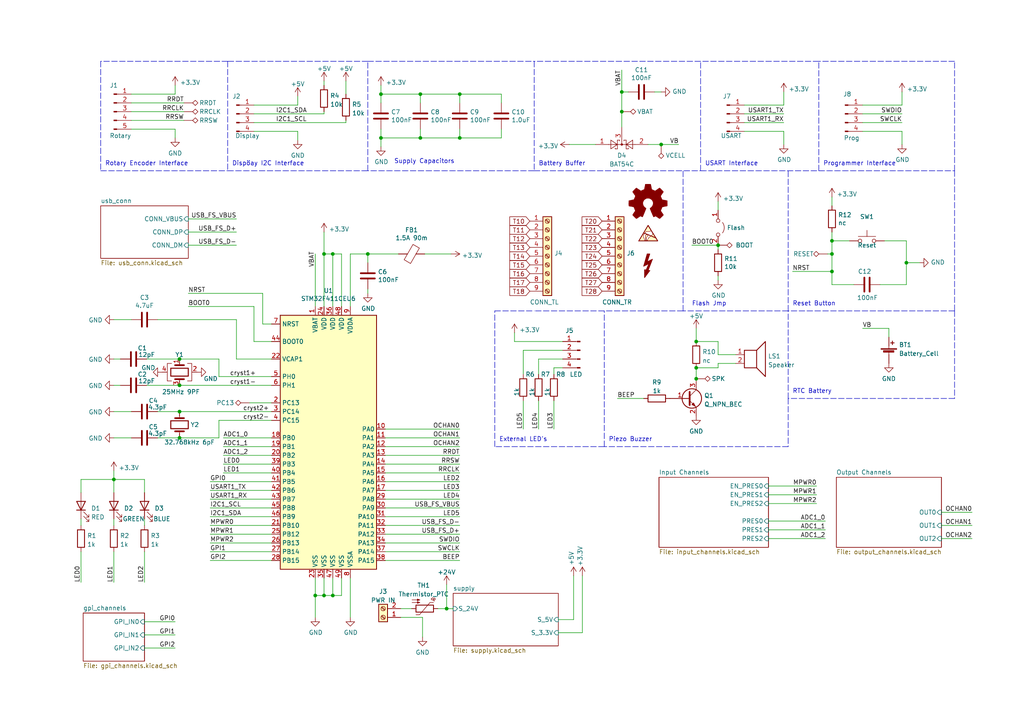
<source format=kicad_sch>
(kicad_sch (version 20211123) (generator eeschema)

  (uuid 949f679f-c6a9-4c5c-99c7-644ace536315)

  (paper "A4")

  (title_block
    (title "FloatPUMP Schematics")
    (date "2022-11-11")
    (rev "1.0")
    (company "robtor.de")
    (comment 1 "Controller board for up to 3 water pumps")
    (comment 2 "measuring capabilities with piezoresistive pressure sensors")
    (comment 3 "sensor input Range 4mA-20mA")
  )

  

  (junction (at 91.44 172.72) (diameter 0) (color 0 0 0 0)
    (uuid 0c1b88cb-a078-4181-b19e-b5625c47d08a)
  )
  (junction (at 96.52 73.66) (diameter 0) (color 0 0 0 0)
    (uuid 1b60fcfc-a270-4122-b967-c7c9c4b63403)
  )
  (junction (at 191.77 41.91) (diameter 0) (color 0 0 0 0)
    (uuid 1c5a68ea-fed7-43b9-a37a-435ca33d5ec4)
  )
  (junction (at 133.35 27.305) (diameter 0) (color 0 0 0 0)
    (uuid 2753d945-ace6-4480-9faf-9137856303ea)
  )
  (junction (at 121.92 40.005) (diameter 0) (color 0 0 0 0)
    (uuid 39d0e9d0-a702-4c04-bc3c-653ef4f0c50e)
  )
  (junction (at 241.3 73.66) (diameter 0) (color 0 0 0 0)
    (uuid 4cd454dd-343a-4999-b869-a7127a4d9978)
  )
  (junction (at 121.92 27.305) (diameter 0) (color 0 0 0 0)
    (uuid 4f94cfba-8412-4c60-a31b-e6d995934dc1)
  )
  (junction (at 96.52 172.72) (diameter 0) (color 0 0 0 0)
    (uuid 5793e5cf-aaeb-41cc-8318-bb2419c1b81f)
  )
  (junction (at 52.07 127) (diameter 0) (color 0 0 0 0)
    (uuid 5a70c532-5383-43bb-b441-21ca36bd2484)
  )
  (junction (at 110.49 40.005) (diameter 0) (color 0 0 0 0)
    (uuid 6f88fca4-4670-437c-9fd1-4ebd76593daa)
  )
  (junction (at 241.3 78.74) (diameter 0) (color 0 0 0 0)
    (uuid 70750f1a-6a6e-4571-87e8-e96d7814c66f)
  )
  (junction (at 201.93 109.855) (diameter 0) (color 0 0 0 0)
    (uuid 9036384e-eee5-4451-b7e7-87842d0d6fca)
  )
  (junction (at 262.89 76.2) (diameter 0) (color 0 0 0 0)
    (uuid 92a2589f-ae05-42af-aab0-9bfaaa2a73f1)
  )
  (junction (at 133.35 40.005) (diameter 0) (color 0 0 0 0)
    (uuid 9569d29f-17d3-40a7-b073-1b7eb9687b43)
  )
  (junction (at 52.07 104.14) (diameter 0) (color 0 0 0 0)
    (uuid 97bd1d07-8f04-442c-80ac-c95cf3f51efe)
  )
  (junction (at 129.54 176.53) (diameter 0) (color 0 0 0 0)
    (uuid 97d21dfd-8e87-458d-a05e-fa1e20008773)
  )
  (junction (at 52.07 119.38) (diameter 0) (color 0 0 0 0)
    (uuid a0900619-a580-41eb-9fbb-5149e9a28aef)
  )
  (junction (at 33.02 139.065) (diameter 0) (color 0 0 0 0)
    (uuid a4b63938-0a30-421e-a83e-07ee3a44f405)
  )
  (junction (at 52.07 111.76) (diameter 0) (color 0 0 0 0)
    (uuid a70dc485-cc49-4e1f-b1ec-eb9c56462344)
  )
  (junction (at 180.34 26.67) (diameter 0) (color 0 0 0 0)
    (uuid bf64b8d9-04f8-4bac-906b-3f89e12e5d32)
  )
  (junction (at 201.93 106.68) (diameter 0) (color 0 0 0 0)
    (uuid d85d001d-db06-423e-99e2-d2c9676bf6eb)
  )
  (junction (at 106.68 73.66) (diameter 0) (color 0 0 0 0)
    (uuid dbb72415-af02-4b41-adad-978e86e84f5e)
  )
  (junction (at 208.28 71.12) (diameter 0) (color 0 0 0 0)
    (uuid dc71b394-38ca-4c3c-a2a5-7ef7a670c49b)
  )
  (junction (at 110.49 27.305) (diameter 0) (color 0 0 0 0)
    (uuid dee204e1-3149-4bb4-b821-dbc11df06a18)
  )
  (junction (at 93.98 73.66) (diameter 0) (color 0 0 0 0)
    (uuid ebee7b2d-9f75-4529-9377-97f671d1e3dc)
  )
  (junction (at 201.93 99.06) (diameter 0) (color 0 0 0 0)
    (uuid ec8c2ca1-97d3-4d7c-af64-6cbbbe597d8b)
  )
  (junction (at 93.98 172.72) (diameter 0) (color 0 0 0 0)
    (uuid ed19ccea-cfd8-433f-8938-ca1dd302430c)
  )
  (junction (at 180.34 32.385) (diameter 0) (color 0 0 0 0)
    (uuid f486435c-c972-42e4-8219-35ab13b3a285)
  )
  (junction (at 241.3 69.85) (diameter 0) (color 0 0 0 0)
    (uuid f93f0caf-de38-451e-8ca0-f8175bc6663c)
  )

  (wire (pts (xy 64.77 129.54) (xy 78.74 129.54))
    (stroke (width 0) (type default) (color 0 0 0 0))
    (uuid 011b2a2a-a574-42b5-999f-7ed9d9776a43)
  )
  (polyline (pts (xy 175.26 129.54) (xy 175.26 90.17))
    (stroke (width 0) (type default) (color 0 0 0 0))
    (uuid 01d42531-06ff-458e-91d1-5b96d3f8b385)
  )

  (wire (pts (xy 182.245 26.67) (xy 180.34 26.67))
    (stroke (width 0) (type default) (color 0 0 0 0))
    (uuid 0228648f-fd85-4f7f-9204-53610241d2b9)
  )
  (wire (pts (xy 38.1 119.38) (xy 33.02 119.38))
    (stroke (width 0) (type default) (color 0 0 0 0))
    (uuid 036a7d28-05ab-4651-ba1c-47fa1d863421)
  )
  (wire (pts (xy 73.66 99.06) (xy 73.66 88.9))
    (stroke (width 0) (type default) (color 0 0 0 0))
    (uuid 03a5e9df-cec7-4991-b6d5-c82d388e8d2e)
  )
  (wire (pts (xy 255.27 82.55) (xy 262.89 82.55))
    (stroke (width 0) (type default) (color 0 0 0 0))
    (uuid 062011a8-2b6e-42bc-aa5b-790abf63d348)
  )
  (wire (pts (xy 99.06 73.66) (xy 96.52 73.66))
    (stroke (width 0) (type default) (color 0 0 0 0))
    (uuid 06a42763-2f97-4419-84a6-ef6ea2a60fb4)
  )
  (wire (pts (xy 122.555 179.07) (xy 122.555 184.785))
    (stroke (width 0) (type default) (color 0 0 0 0))
    (uuid 07bc83a8-62a6-4bc6-a183-17b07f743dc3)
  )
  (wire (pts (xy 121.92 27.305) (xy 121.92 29.845))
    (stroke (width 0) (type default) (color 0 0 0 0))
    (uuid 08d4cfaf-b332-40f7-973c-66684e7a54a3)
  )
  (wire (pts (xy 110.49 27.305) (xy 110.49 29.845))
    (stroke (width 0) (type default) (color 0 0 0 0))
    (uuid 0a637dc5-5627-4329-935c-c4f041de6385)
  )
  (wire (pts (xy 93.98 33.02) (xy 93.98 32.385))
    (stroke (width 0) (type default) (color 0 0 0 0))
    (uuid 0bd2a9c0-96d6-44df-80fd-f97264a8b783)
  )
  (wire (pts (xy 52.07 104.14) (xy 42.545 104.14))
    (stroke (width 0) (type default) (color 0 0 0 0))
    (uuid 0c6fff14-bb97-4dc3-9f20-62bec77994c6)
  )
  (wire (pts (xy 78.74 119.38) (xy 52.07 119.38))
    (stroke (width 0) (type default) (color 0 0 0 0))
    (uuid 0e162795-22a7-4501-b03f-b283bb5650d9)
  )
  (wire (pts (xy 201.93 109.855) (xy 201.93 110.49))
    (stroke (width 0) (type default) (color 0 0 0 0))
    (uuid 0f47fb04-026a-4afa-9bfe-15f03def5d6b)
  )
  (wire (pts (xy 149.225 99.06) (xy 163.195 99.06))
    (stroke (width 0) (type default) (color 0 0 0 0))
    (uuid 126099d8-8b2d-4e87-990f-1fb99894d4b1)
  )
  (polyline (pts (xy 106.68 49.53) (xy 106.68 17.78))
    (stroke (width 0) (type default) (color 0 0 0 0))
    (uuid 14d3863a-1c03-4d48-a032-61ae3a0ad5c1)
  )

  (wire (pts (xy 78.74 132.08) (xy 64.77 132.08))
    (stroke (width 0) (type default) (color 0 0 0 0))
    (uuid 152be6bd-f8d6-47e9-9b6b-09485d01579b)
  )
  (wire (pts (xy 93.98 172.72) (xy 91.44 172.72))
    (stroke (width 0) (type default) (color 0 0 0 0))
    (uuid 16e9575c-a847-468f-810e-95497dadeb97)
  )
  (polyline (pts (xy 228.6 115.57) (xy 228.6 129.54))
    (stroke (width 0) (type default) (color 0 0 0 0))
    (uuid 17487b2e-2390-4106-a427-c6c54336dd3f)
  )
  (polyline (pts (xy 228.6 90.17) (xy 198.12 90.17))
    (stroke (width 0) (type default) (color 0 0 0 0))
    (uuid 191311d6-5bf7-47a9-ae1e-6b521cf3ea32)
  )

  (wire (pts (xy 60.96 149.86) (xy 78.74 149.86))
    (stroke (width 0) (type default) (color 0 0 0 0))
    (uuid 196b514b-b3f6-4344-904e-bca015040e93)
  )
  (wire (pts (xy 106.68 83.82) (xy 106.68 85.09))
    (stroke (width 0) (type default) (color 0 0 0 0))
    (uuid 1a8290e9-c445-4b51-b8b0-45fcbf671219)
  )
  (wire (pts (xy 41.91 142.875) (xy 41.91 139.065))
    (stroke (width 0) (type default) (color 0 0 0 0))
    (uuid 1ad7936f-a45d-43a3-8729-3f6ad34b3bbe)
  )
  (wire (pts (xy 208.28 80.01) (xy 208.28 81.28))
    (stroke (width 0) (type default) (color 0 0 0 0))
    (uuid 1b373a0f-a405-4f7c-be0d-0a515d48b205)
  )
  (wire (pts (xy 116.205 179.07) (xy 122.555 179.07))
    (stroke (width 0) (type default) (color 0 0 0 0))
    (uuid 1bd8d612-e272-4d35-ba59-ea5675b3dee2)
  )
  (wire (pts (xy 111.76 127) (xy 133.35 127))
    (stroke (width 0) (type default) (color 0 0 0 0))
    (uuid 1dc46e87-a953-4f20-a4d4-4ecede78d2eb)
  )
  (wire (pts (xy 111.76 157.48) (xy 133.35 157.48))
    (stroke (width 0) (type default) (color 0 0 0 0))
    (uuid 1dd42d41-b809-42ae-b6a5-91ce0f5409f7)
  )
  (wire (pts (xy 100.33 23.495) (xy 100.33 27.305))
    (stroke (width 0) (type default) (color 0 0 0 0))
    (uuid 1e65348d-0394-491b-9696-4c8b7499f309)
  )
  (wire (pts (xy 215.9 35.56) (xy 227.33 35.56))
    (stroke (width 0) (type default) (color 0 0 0 0))
    (uuid 1f4d482a-d80d-48b4-a443-e0ca391c4f86)
  )
  (wire (pts (xy 241.3 69.85) (xy 241.3 73.66))
    (stroke (width 0) (type default) (color 0 0 0 0))
    (uuid 22a0b2d5-d975-4c12-bf03-7470074fed54)
  )
  (wire (pts (xy 96.52 167.64) (xy 96.52 172.72))
    (stroke (width 0) (type default) (color 0 0 0 0))
    (uuid 22f22dbe-16ed-4088-a875-5700f66d16da)
  )
  (wire (pts (xy 241.3 78.74) (xy 229.87 78.74))
    (stroke (width 0) (type default) (color 0 0 0 0))
    (uuid 2400f930-cf6d-41a8-baef-3048725f3a5b)
  )
  (wire (pts (xy 208.28 99.06) (xy 208.28 102.87))
    (stroke (width 0) (type default) (color 0 0 0 0))
    (uuid 268b38a4-5791-4865-b036-a0203f8e626d)
  )
  (wire (pts (xy 163.195 101.6) (xy 151.765 101.6))
    (stroke (width 0) (type default) (color 0 0 0 0))
    (uuid 27394eba-9cc1-4464-8a20-cc6a5fec851e)
  )
  (wire (pts (xy 133.35 40.005) (xy 145.415 40.005))
    (stroke (width 0) (type default) (color 0 0 0 0))
    (uuid 29120252-d73c-4a5c-b87f-011abc045fcf)
  )
  (wire (pts (xy 38.1 27.305) (xy 50.8 27.305))
    (stroke (width 0) (type default) (color 0 0 0 0))
    (uuid 2a745fcb-09cd-409b-a911-81fd22f368af)
  )
  (wire (pts (xy 41.91 187.96) (xy 50.8 187.96))
    (stroke (width 0) (type default) (color 0 0 0 0))
    (uuid 2abcf069-19de-44b8-a6b8-4d5ee2f7d656)
  )
  (wire (pts (xy 111.76 160.02) (xy 133.35 160.02))
    (stroke (width 0) (type default) (color 0 0 0 0))
    (uuid 2e15e8aa-7905-4170-bb81-958c9c2c74db)
  )
  (wire (pts (xy 52.07 111.76) (xy 42.545 111.76))
    (stroke (width 0) (type default) (color 0 0 0 0))
    (uuid 2e2ea9dc-2e78-48b2-a918-779655a2f4bb)
  )
  (wire (pts (xy 111.76 147.32) (xy 133.35 147.32))
    (stroke (width 0) (type default) (color 0 0 0 0))
    (uuid 2e4f3627-f43e-4331-8ab0-f5d657fd4ada)
  )
  (polyline (pts (xy 66.04 17.78) (xy 29.21 17.78))
    (stroke (width 0) (type default) (color 0 0 0 0))
    (uuid 2e6a35eb-6636-4c39-9b2b-0859e1c94ec8)
  )
  (polyline (pts (xy 66.04 49.53) (xy 106.68 49.53))
    (stroke (width 0) (type default) (color 0 0 0 0))
    (uuid 3010d011-eabc-4cec-b667-b7b1111e3ea0)
  )

  (wire (pts (xy 250.19 33.02) (xy 261.62 33.02))
    (stroke (width 0) (type default) (color 0 0 0 0))
    (uuid 30260a6a-a0b0-4b42-95c3-26be610ecc3e)
  )
  (wire (pts (xy 156.21 116.205) (xy 156.21 124.46))
    (stroke (width 0) (type default) (color 0 0 0 0))
    (uuid 303ae7a7-4a06-4b35-a5ee-99b6d0ccce36)
  )
  (wire (pts (xy 33.02 111.76) (xy 34.925 111.76))
    (stroke (width 0) (type default) (color 0 0 0 0))
    (uuid 30c2d75b-0aa4-4c8b-abd3-15a8940150c1)
  )
  (wire (pts (xy 23.495 142.875) (xy 23.495 139.065))
    (stroke (width 0) (type default) (color 0 0 0 0))
    (uuid 30c6d872-e47d-4ced-8e4c-2dd7b663d734)
  )
  (wire (pts (xy 133.35 27.305) (xy 121.92 27.305))
    (stroke (width 0) (type default) (color 0 0 0 0))
    (uuid 31ddafb9-61de-4674-b559-9e8bd04c8807)
  )
  (wire (pts (xy 166.37 167.005) (xy 166.37 179.705))
    (stroke (width 0) (type default) (color 0 0 0 0))
    (uuid 32552d8d-ef82-40d3-aa95-d5b169fab07e)
  )
  (wire (pts (xy 201.93 99.06) (xy 208.28 99.06))
    (stroke (width 0) (type default) (color 0 0 0 0))
    (uuid 32a972fc-0c88-44e2-804d-656cd9a1d817)
  )
  (polyline (pts (xy 154.94 49.53) (xy 106.68 49.53))
    (stroke (width 0) (type default) (color 0 0 0 0))
    (uuid 32b4cc52-0f7d-4657-a812-f0ec32bb962f)
  )

  (wire (pts (xy 133.35 37.465) (xy 133.35 40.005))
    (stroke (width 0) (type default) (color 0 0 0 0))
    (uuid 339df927-10f1-44cb-aa5f-82bfd46240c7)
  )
  (wire (pts (xy 78.74 144.78) (xy 60.96 144.78))
    (stroke (width 0) (type default) (color 0 0 0 0))
    (uuid 35e191e7-0681-4caa-ab56-bca67244817b)
  )
  (polyline (pts (xy 143.51 90.17) (xy 154.94 90.17))
    (stroke (width 0) (type default) (color 0 0 0 0))
    (uuid 361b2945-3ddb-479e-87ba-da3a8981f58f)
  )

  (wire (pts (xy 78.74 139.7) (xy 60.96 139.7))
    (stroke (width 0) (type default) (color 0 0 0 0))
    (uuid 375fb2af-999a-47fb-b314-c5ed0dda8fca)
  )
  (wire (pts (xy 123.19 73.66) (xy 130.81 73.66))
    (stroke (width 0) (type default) (color 0 0 0 0))
    (uuid 398e575e-ffcc-47d3-99bb-d2398359704a)
  )
  (wire (pts (xy 160.655 106.68) (xy 160.655 108.585))
    (stroke (width 0) (type default) (color 0 0 0 0))
    (uuid 3a1fc013-e799-4688-ae20-2bbf502da68b)
  )
  (wire (pts (xy 250.19 30.48) (xy 261.62 30.48))
    (stroke (width 0) (type default) (color 0 0 0 0))
    (uuid 3a77ad2c-5616-4b44-93df-e454912b8b77)
  )
  (wire (pts (xy 111.76 124.46) (xy 133.35 124.46))
    (stroke (width 0) (type default) (color 0 0 0 0))
    (uuid 3bb1b200-9bd3-4ca2-a3fe-ceac65ba2f22)
  )
  (wire (pts (xy 151.765 116.205) (xy 151.765 124.46))
    (stroke (width 0) (type default) (color 0 0 0 0))
    (uuid 3c68ad2c-9010-4ef7-bedd-f009382cb08f)
  )
  (wire (pts (xy 250.19 95.25) (xy 257.81 95.25))
    (stroke (width 0) (type default) (color 0 0 0 0))
    (uuid 3eff4e29-2225-4c7e-8279-6d6efa2d67e4)
  )
  (wire (pts (xy 247.65 82.55) (xy 241.3 82.55))
    (stroke (width 0) (type default) (color 0 0 0 0))
    (uuid 3f407738-52f9-487e-96ff-574567b43890)
  )
  (wire (pts (xy 45.72 92.71) (xy 68.58 92.71))
    (stroke (width 0) (type default) (color 0 0 0 0))
    (uuid 400b7b23-e399-48ba-af02-3f8bdfca3c55)
  )
  (wire (pts (xy 111.76 129.54) (xy 133.35 129.54))
    (stroke (width 0) (type default) (color 0 0 0 0))
    (uuid 4015be1a-c6e1-42db-af6f-c161f489ea1f)
  )
  (wire (pts (xy 33.02 160.02) (xy 33.02 168.91))
    (stroke (width 0) (type default) (color 0 0 0 0))
    (uuid 4118162d-0e05-4908-9a1f-c7016575bccb)
  )
  (polyline (pts (xy 29.21 17.78) (xy 29.21 49.53))
    (stroke (width 0) (type default) (color 0 0 0 0))
    (uuid 41b6e1ba-5c99-4fd7-9c65-c4fb07c70188)
  )

  (wire (pts (xy 191.77 41.91) (xy 196.85 41.91))
    (stroke (width 0) (type default) (color 0 0 0 0))
    (uuid 424267dd-6303-4018-aae0-34d62814fcba)
  )
  (wire (pts (xy 99.06 167.64) (xy 99.06 172.72))
    (stroke (width 0) (type default) (color 0 0 0 0))
    (uuid 424d7750-ddcd-4f41-93ea-a6761834f91c)
  )
  (wire (pts (xy 222.885 140.97) (xy 236.855 140.97))
    (stroke (width 0) (type default) (color 0 0 0 0))
    (uuid 438c390e-2817-4262-9bb8-264a62f66854)
  )
  (wire (pts (xy 111.76 137.16) (xy 133.35 137.16))
    (stroke (width 0) (type default) (color 0 0 0 0))
    (uuid 4390a55c-a8f9-4caf-a838-233bb3ce27aa)
  )
  (wire (pts (xy 241.3 73.66) (xy 241.3 78.74))
    (stroke (width 0) (type default) (color 0 0 0 0))
    (uuid 43951137-b2ae-4c0a-b786-c0130baa43cf)
  )
  (wire (pts (xy 68.58 104.14) (xy 78.74 104.14))
    (stroke (width 0) (type default) (color 0 0 0 0))
    (uuid 43c49596-4b82-4ee2-b1be-2aafb6486920)
  )
  (wire (pts (xy 96.52 88.9) (xy 96.52 73.66))
    (stroke (width 0) (type default) (color 0 0 0 0))
    (uuid 4444fd17-a409-4254-92e6-9a69f5880d89)
  )
  (wire (pts (xy 180.34 26.67) (xy 180.34 20.32))
    (stroke (width 0) (type default) (color 0 0 0 0))
    (uuid 44ca684d-985e-45fb-a22b-01e29383cba4)
  )
  (wire (pts (xy 273.05 152.4) (xy 281.94 152.4))
    (stroke (width 0) (type default) (color 0 0 0 0))
    (uuid 44f02c76-ffc0-47e0-9779-2d79a58ff9cf)
  )
  (wire (pts (xy 208.28 58.42) (xy 208.28 60.96))
    (stroke (width 0) (type default) (color 0 0 0 0))
    (uuid 45f77cbe-76c9-4770-945d-6ce9f436791e)
  )
  (polyline (pts (xy 276.86 49.53) (xy 276.86 17.78))
    (stroke (width 0) (type default) (color 0 0 0 0))
    (uuid 4738ad5c-de7a-450c-a864-83a693566efb)
  )
  (polyline (pts (xy 154.94 49.53) (xy 203.2 49.53))
    (stroke (width 0) (type default) (color 0 0 0 0))
    (uuid 4cf2a8ea-f147-45e1-b905-8e01e3488a54)
  )

  (wire (pts (xy 52.07 119.38) (xy 45.72 119.38))
    (stroke (width 0) (type default) (color 0 0 0 0))
    (uuid 4d42688d-59c9-41ed-af68-2d906566e68c)
  )
  (wire (pts (xy 23.495 160.02) (xy 23.495 168.91))
    (stroke (width 0) (type default) (color 0 0 0 0))
    (uuid 4d4de7d2-6a8b-425f-a4ad-2111507b5618)
  )
  (wire (pts (xy 208.28 71.12) (xy 200.66 71.12))
    (stroke (width 0) (type default) (color 0 0 0 0))
    (uuid 4d79ec2b-2fc9-4ba1-b93a-d630912470a0)
  )
  (wire (pts (xy 34.925 104.14) (xy 33.02 104.14))
    (stroke (width 0) (type default) (color 0 0 0 0))
    (uuid 4e0ac502-331a-4340-82b9-dd8d8cee49d0)
  )
  (wire (pts (xy 227.33 38.1) (xy 227.33 41.91))
    (stroke (width 0) (type default) (color 0 0 0 0))
    (uuid 4fddd78f-1b0d-4365-b740-2df7595c3522)
  )
  (wire (pts (xy 156.21 104.14) (xy 156.21 108.585))
    (stroke (width 0) (type default) (color 0 0 0 0))
    (uuid 505d5465-5d3c-4c20-a903-bb9f0614c27d)
  )
  (wire (pts (xy 111.76 142.24) (xy 133.35 142.24))
    (stroke (width 0) (type default) (color 0 0 0 0))
    (uuid 507dbcec-13ef-491c-9e13-750ae5d08786)
  )
  (wire (pts (xy 129.54 176.53) (xy 131.445 176.53))
    (stroke (width 0) (type default) (color 0 0 0 0))
    (uuid 51a1046a-9ac2-4184-b6c5-ea399da0f73d)
  )
  (polyline (pts (xy 175.26 129.54) (xy 143.51 129.54))
    (stroke (width 0) (type default) (color 0 0 0 0))
    (uuid 51bbc616-36a1-464c-9200-0d0c8edfe960)
  )

  (wire (pts (xy 64.77 137.16) (xy 78.74 137.16))
    (stroke (width 0) (type default) (color 0 0 0 0))
    (uuid 51d162f7-2e8a-4bc7-88c1-e6c065d4b161)
  )
  (polyline (pts (xy 106.68 17.78) (xy 154.94 17.78))
    (stroke (width 0) (type default) (color 0 0 0 0))
    (uuid 55438888-edf4-4cf0-83da-f060d3938df2)
  )

  (wire (pts (xy 262.89 69.85) (xy 262.89 76.2))
    (stroke (width 0) (type default) (color 0 0 0 0))
    (uuid 55587dc1-052d-440c-a761-29091bbb6f2b)
  )
  (wire (pts (xy 163.195 106.68) (xy 160.655 106.68))
    (stroke (width 0) (type default) (color 0 0 0 0))
    (uuid 56073852-e094-44c0-abb8-63498ed962c1)
  )
  (wire (pts (xy 222.885 151.13) (xy 239.395 151.13))
    (stroke (width 0) (type default) (color 0 0 0 0))
    (uuid 5651f317-a2b7-4f02-bafd-3ed49b106af9)
  )
  (wire (pts (xy 111.76 134.62) (xy 133.35 134.62))
    (stroke (width 0) (type default) (color 0 0 0 0))
    (uuid 5675cbe2-6193-4193-a086-51fe846aeda2)
  )
  (wire (pts (xy 145.415 37.465) (xy 145.415 40.005))
    (stroke (width 0) (type default) (color 0 0 0 0))
    (uuid 57dab67d-73b5-4fcb-901b-a69051e35364)
  )
  (wire (pts (xy 76.2 93.98) (xy 76.2 85.09))
    (stroke (width 0) (type default) (color 0 0 0 0))
    (uuid 57fd891c-135f-4c54-af0d-9ea73edf736e)
  )
  (wire (pts (xy 227.33 30.48) (xy 227.33 26.67))
    (stroke (width 0) (type default) (color 0 0 0 0))
    (uuid 58170f19-2867-4e92-aef8-b013ab60ff8b)
  )
  (wire (pts (xy 241.3 57.15) (xy 241.3 59.69))
    (stroke (width 0) (type default) (color 0 0 0 0))
    (uuid 58a18d69-fc34-46c3-b57c-2e4d5b6313a2)
  )
  (wire (pts (xy 151.765 101.6) (xy 151.765 108.585))
    (stroke (width 0) (type default) (color 0 0 0 0))
    (uuid 5ab5fc39-d119-4939-b187-6241bdd9350c)
  )
  (polyline (pts (xy 106.68 17.78) (xy 66.04 17.78))
    (stroke (width 0) (type default) (color 0 0 0 0))
    (uuid 5be033f5-9678-4b75-be3b-55853d81c4f8)
  )

  (wire (pts (xy 121.92 27.305) (xy 110.49 27.305))
    (stroke (width 0) (type default) (color 0 0 0 0))
    (uuid 5c2af2de-18cd-439f-b9b8-856093f4e3ac)
  )
  (wire (pts (xy 161.925 183.515) (xy 168.91 183.515))
    (stroke (width 0) (type default) (color 0 0 0 0))
    (uuid 5cb667df-c15a-49bc-9600-d61cf174120a)
  )
  (wire (pts (xy 241.3 78.74) (xy 241.3 82.55))
    (stroke (width 0) (type default) (color 0 0 0 0))
    (uuid 5d9a5990-dcf8-486e-bfb6-30d6c0b34192)
  )
  (wire (pts (xy 63.5 104.14) (xy 52.07 104.14))
    (stroke (width 0) (type default) (color 0 0 0 0))
    (uuid 5e1d9c1f-58d3-41cd-9eb4-fb2ae3a4b10c)
  )
  (wire (pts (xy 215.9 30.48) (xy 227.33 30.48))
    (stroke (width 0) (type default) (color 0 0 0 0))
    (uuid 5e2838cc-acd7-4c51-bc18-f5f97bf524d9)
  )
  (polyline (pts (xy 29.21 49.53) (xy 66.04 49.53))
    (stroke (width 0) (type default) (color 0 0 0 0))
    (uuid 5fe5e54d-1eb6-4f0a-a978-61e0039cfbf1)
  )

  (wire (pts (xy 63.5 109.22) (xy 63.5 104.14))
    (stroke (width 0) (type default) (color 0 0 0 0))
    (uuid 613967c9-6a2a-45ae-bf78-98e4612f5d55)
  )
  (wire (pts (xy 240.03 73.66) (xy 241.3 73.66))
    (stroke (width 0) (type default) (color 0 0 0 0))
    (uuid 6142ef34-97be-4c90-9ca7-e387753b518a)
  )
  (wire (pts (xy 101.6 88.9) (xy 101.6 73.66))
    (stroke (width 0) (type default) (color 0 0 0 0))
    (uuid 618c3501-0e3a-49e5-8b16-1ffee4adee40)
  )
  (wire (pts (xy 222.885 156.21) (xy 239.395 156.21))
    (stroke (width 0) (type default) (color 0 0 0 0))
    (uuid 62b8cb17-877a-45b0-821a-c147661d06ec)
  )
  (wire (pts (xy 241.3 69.85) (xy 246.38 69.85))
    (stroke (width 0) (type default) (color 0 0 0 0))
    (uuid 62d616c4-a645-4785-83f4-e7b9176541bd)
  )
  (wire (pts (xy 262.89 76.2) (xy 266.7 76.2))
    (stroke (width 0) (type default) (color 0 0 0 0))
    (uuid 63c78302-c24d-424c-9283-52ae93200987)
  )
  (wire (pts (xy 63.5 121.92) (xy 63.5 127))
    (stroke (width 0) (type default) (color 0 0 0 0))
    (uuid 65a211f6-d005-41c5-aeb4-31d7e06acfc2)
  )
  (wire (pts (xy 64.77 134.62) (xy 78.74 134.62))
    (stroke (width 0) (type default) (color 0 0 0 0))
    (uuid 68877676-f185-4ce5-994a-3e7cd8c4b619)
  )
  (wire (pts (xy 111.76 152.4) (xy 133.35 152.4))
    (stroke (width 0) (type default) (color 0 0 0 0))
    (uuid 69502565-c8b7-43eb-99e0-3580594b1098)
  )
  (wire (pts (xy 201.93 106.68) (xy 201.93 109.855))
    (stroke (width 0) (type default) (color 0 0 0 0))
    (uuid 69ab2ff6-8d0a-4e41-8e1a-1caf0870f3b7)
  )
  (wire (pts (xy 201.93 95.25) (xy 201.93 99.06))
    (stroke (width 0) (type default) (color 0 0 0 0))
    (uuid 6c7d8008-17da-4be5-b57e-dfb877a7ef32)
  )
  (wire (pts (xy 121.92 37.465) (xy 121.92 40.005))
    (stroke (width 0) (type default) (color 0 0 0 0))
    (uuid 6ce9cb44-7b50-4bf3-98c7-6ca59e7305b2)
  )
  (wire (pts (xy 145.415 29.845) (xy 145.415 27.305))
    (stroke (width 0) (type default) (color 0 0 0 0))
    (uuid 6dd36aa5-6a60-4752-8a21-1772effb9f07)
  )
  (polyline (pts (xy 276.86 17.78) (xy 237.49 17.78))
    (stroke (width 0) (type default) (color 0 0 0 0))
    (uuid 6fd2b7a8-9e41-4aa1-88b4-f9ee307d1b4b)
  )

  (wire (pts (xy 78.74 111.76) (xy 52.07 111.76))
    (stroke (width 0) (type default) (color 0 0 0 0))
    (uuid 715db6a8-aaa0-46b4-addd-972ee71b75dc)
  )
  (wire (pts (xy 110.49 37.465) (xy 110.49 40.005))
    (stroke (width 0) (type default) (color 0 0 0 0))
    (uuid 71b00c47-caef-48f6-91be-7f1855a1e2c0)
  )
  (wire (pts (xy 111.76 132.08) (xy 133.35 132.08))
    (stroke (width 0) (type default) (color 0 0 0 0))
    (uuid 72cc00e4-7e53-46d8-858f-e435f5b37f05)
  )
  (wire (pts (xy 201.93 106.68) (xy 208.28 106.68))
    (stroke (width 0) (type default) (color 0 0 0 0))
    (uuid 743fef08-4881-4afb-adde-ee5bd2198117)
  )
  (wire (pts (xy 241.3 67.31) (xy 241.3 69.85))
    (stroke (width 0) (type default) (color 0 0 0 0))
    (uuid 748c549b-7c57-462b-9f39-c28eb0045225)
  )
  (wire (pts (xy 215.9 38.1) (xy 227.33 38.1))
    (stroke (width 0) (type default) (color 0 0 0 0))
    (uuid 74d4a3c7-cc41-4e0e-b616-9fc3c358b2ae)
  )
  (wire (pts (xy 121.92 40.005) (xy 110.49 40.005))
    (stroke (width 0) (type default) (color 0 0 0 0))
    (uuid 752a7bdc-59a7-4a9e-ae9b-a35465dc8e0c)
  )
  (wire (pts (xy 93.98 88.9) (xy 93.98 73.66))
    (stroke (width 0) (type default) (color 0 0 0 0))
    (uuid 75594c3c-e55b-4454-809c-0a72aa43af83)
  )
  (wire (pts (xy 222.885 153.67) (xy 239.395 153.67))
    (stroke (width 0) (type default) (color 0 0 0 0))
    (uuid 769aead0-25d0-4594-84cb-d6b74ceb8cd8)
  )
  (wire (pts (xy 23.495 139.065) (xy 33.02 139.065))
    (stroke (width 0) (type default) (color 0 0 0 0))
    (uuid 78ce4bcf-16dc-4d77-99b5-ce1b3e6d1d63)
  )
  (wire (pts (xy 261.62 30.48) (xy 261.62 26.67))
    (stroke (width 0) (type default) (color 0 0 0 0))
    (uuid 78f1b9a8-ca0e-4e8c-91b8-a46bcfebec64)
  )
  (wire (pts (xy 73.66 88.9) (xy 54.61 88.9))
    (stroke (width 0) (type default) (color 0 0 0 0))
    (uuid 7c20a18a-318c-4e79-afcf-a3e87eb69a53)
  )
  (wire (pts (xy 99.06 172.72) (xy 96.52 172.72))
    (stroke (width 0) (type default) (color 0 0 0 0))
    (uuid 7ee436ac-423d-4d29-90ad-39fdc300fae0)
  )
  (wire (pts (xy 68.58 92.71) (xy 68.58 104.14))
    (stroke (width 0) (type default) (color 0 0 0 0))
    (uuid 837370a5-1290-49d7-96e4-d4c2412ac873)
  )
  (wire (pts (xy 96.52 172.72) (xy 93.98 172.72))
    (stroke (width 0) (type default) (color 0 0 0 0))
    (uuid 84a2320f-8ad9-4501-8628-7ca6e418f956)
  )
  (wire (pts (xy 179.07 115.57) (xy 186.69 115.57))
    (stroke (width 0) (type default) (color 0 0 0 0))
    (uuid 87cf9f49-2322-4621-91eb-11035c4cedf8)
  )
  (wire (pts (xy 72.39 116.84) (xy 78.74 116.84))
    (stroke (width 0) (type default) (color 0 0 0 0))
    (uuid 88123869-4c37-45f5-b8c1-72149ea8f4ba)
  )
  (wire (pts (xy 133.35 40.005) (xy 121.92 40.005))
    (stroke (width 0) (type default) (color 0 0 0 0))
    (uuid 88c7d4ef-4a81-4ff0-8236-354227632382)
  )
  (wire (pts (xy 160.655 116.205) (xy 160.655 124.46))
    (stroke (width 0) (type default) (color 0 0 0 0))
    (uuid 8afd873f-9a06-4b39-ab04-49f0059f061b)
  )
  (wire (pts (xy 41.91 184.15) (xy 50.8 184.15))
    (stroke (width 0) (type default) (color 0 0 0 0))
    (uuid 8b4e071f-9509-4780-a465-03d34bc67608)
  )
  (wire (pts (xy 78.74 109.22) (xy 63.5 109.22))
    (stroke (width 0) (type default) (color 0 0 0 0))
    (uuid 8b558919-c46d-47f8-bf42-0c0ee86f63f0)
  )
  (wire (pts (xy 111.76 139.7) (xy 133.35 139.7))
    (stroke (width 0) (type default) (color 0 0 0 0))
    (uuid 8bf90929-6d2d-4a79-b1a1-138fa542533a)
  )
  (polyline (pts (xy 154.94 17.78) (xy 154.94 49.53))
    (stroke (width 0) (type default) (color 0 0 0 0))
    (uuid 8d77d4ce-5809-4e16-9db8-9d8672ed5276)
  )

  (wire (pts (xy 73.66 38.1) (xy 86.36 38.1))
    (stroke (width 0) (type default) (color 0 0 0 0))
    (uuid 8d858d92-08ba-438f-a480-02393eb30c20)
  )
  (polyline (pts (xy 237.49 17.78) (xy 203.2 17.78))
    (stroke (width 0) (type default) (color 0 0 0 0))
    (uuid 8f2ebcdd-5322-432c-8de8-6f6fa3726577)
  )

  (wire (pts (xy 86.36 38.1) (xy 86.36 40.64))
    (stroke (width 0) (type default) (color 0 0 0 0))
    (uuid 8f733a2c-4b86-4934-a2e4-283803e72b72)
  )
  (wire (pts (xy 91.44 172.72) (xy 91.44 167.64))
    (stroke (width 0) (type default) (color 0 0 0 0))
    (uuid 911ef457-a362-4278-aeb0-e20b4bb95f57)
  )
  (wire (pts (xy 161.925 179.705) (xy 166.37 179.705))
    (stroke (width 0) (type default) (color 0 0 0 0))
    (uuid 913d6165-3eac-4e31-bdf3-24543d6b7c16)
  )
  (wire (pts (xy 76.2 85.09) (xy 54.61 85.09))
    (stroke (width 0) (type default) (color 0 0 0 0))
    (uuid 91e5eec5-ba86-4de8-8306-b82359e84f0b)
  )
  (wire (pts (xy 111.76 149.86) (xy 133.35 149.86))
    (stroke (width 0) (type default) (color 0 0 0 0))
    (uuid 93be490e-4a1a-433c-b296-e5201b30adb1)
  )
  (polyline (pts (xy 237.49 49.53) (xy 237.49 17.78))
    (stroke (width 0) (type default) (color 0 0 0 0))
    (uuid 95462dda-11ce-48d0-b7d6-002ca6ca715a)
  )

  (wire (pts (xy 78.74 154.94) (xy 60.96 154.94))
    (stroke (width 0) (type default) (color 0 0 0 0))
    (uuid 95c0b30a-014d-4809-9e39-76cfd21137e8)
  )
  (wire (pts (xy 38.1 32.385) (xy 53.34 32.385))
    (stroke (width 0) (type default) (color 0 0 0 0))
    (uuid 95d61b58-2fd5-43ab-bfd4-cc233f0800db)
  )
  (wire (pts (xy 273.05 156.21) (xy 281.94 156.21))
    (stroke (width 0) (type default) (color 0 0 0 0))
    (uuid 95fa23fd-11b6-43e1-a7ba-9d9bca32c40b)
  )
  (wire (pts (xy 38.1 92.71) (xy 33.02 92.71))
    (stroke (width 0) (type default) (color 0 0 0 0))
    (uuid 964c3381-2dfe-4f42-9493-7645015217dd)
  )
  (wire (pts (xy 33.02 127) (xy 38.1 127))
    (stroke (width 0) (type default) (color 0 0 0 0))
    (uuid 98d42198-ed3b-4bf0-8e91-cbf5646f19a6)
  )
  (wire (pts (xy 93.98 73.66) (xy 93.98 67.31))
    (stroke (width 0) (type default) (color 0 0 0 0))
    (uuid 990602b7-cde7-45dc-92b8-b9c7bf4dd7ac)
  )
  (wire (pts (xy 93.98 167.64) (xy 93.98 172.72))
    (stroke (width 0) (type default) (color 0 0 0 0))
    (uuid 99979f31-c85d-4c90-81ff-676e69fef161)
  )
  (wire (pts (xy 86.36 27.94) (xy 86.36 30.48))
    (stroke (width 0) (type default) (color 0 0 0 0))
    (uuid 9a8e5ffa-9aed-471c-a8e6-a636cf083f34)
  )
  (wire (pts (xy 106.68 76.2) (xy 106.68 73.66))
    (stroke (width 0) (type default) (color 0 0 0 0))
    (uuid 9b08aa48-fde9-4f0c-abdd-7ab3f00ef3e0)
  )
  (wire (pts (xy 149.225 96.52) (xy 149.225 99.06))
    (stroke (width 0) (type default) (color 0 0 0 0))
    (uuid 9b20bafc-d645-4d67-9a2c-e2d16646bed8)
  )
  (wire (pts (xy 78.74 162.56) (xy 60.96 162.56))
    (stroke (width 0) (type default) (color 0 0 0 0))
    (uuid 9b37b30a-3649-4363-8875-f3fb5ec17e65)
  )
  (wire (pts (xy 215.9 33.02) (xy 227.33 33.02))
    (stroke (width 0) (type default) (color 0 0 0 0))
    (uuid 9c1e6565-7a7a-4067-bbd0-872c0268b742)
  )
  (wire (pts (xy 163.195 104.14) (xy 156.21 104.14))
    (stroke (width 0) (type default) (color 0 0 0 0))
    (uuid 9cc9d3c8-ba88-40da-9425-3b87aa46e513)
  )
  (wire (pts (xy 133.35 29.845) (xy 133.35 27.305))
    (stroke (width 0) (type default) (color 0 0 0 0))
    (uuid 9d5e6a18-8b3a-47d4-b855-1b2ca215c734)
  )
  (polyline (pts (xy 198.12 90.17) (xy 198.12 49.53))
    (stroke (width 0) (type default) (color 0 0 0 0))
    (uuid 9ecc751b-0606-4a8f-9372-63a5cb28ad4e)
  )

  (wire (pts (xy 262.89 76.2) (xy 262.89 82.55))
    (stroke (width 0) (type default) (color 0 0 0 0))
    (uuid a05ced30-092c-475f-857c-28f2ada8a95d)
  )
  (polyline (pts (xy 276.86 49.53) (xy 276.86 90.17))
    (stroke (width 0) (type default) (color 0 0 0 0))
    (uuid a0735468-fe8c-4d1d-8469-a88cd0829ac1)
  )

  (wire (pts (xy 54.61 71.12) (xy 68.58 71.12))
    (stroke (width 0) (type default) (color 0 0 0 0))
    (uuid a2a8943b-bcd6-4326-88ce-86d550232544)
  )
  (wire (pts (xy 180.34 32.385) (xy 180.34 36.83))
    (stroke (width 0) (type default) (color 0 0 0 0))
    (uuid a6b1970e-7fb2-4104-ae0a-e27cd049864d)
  )
  (wire (pts (xy 78.74 93.98) (xy 76.2 93.98))
    (stroke (width 0) (type default) (color 0 0 0 0))
    (uuid a89c8429-59bb-42fc-bc75-babaaeef03d9)
  )
  (wire (pts (xy 257.81 97.79) (xy 257.81 95.25))
    (stroke (width 0) (type default) (color 0 0 0 0))
    (uuid a9a9a4b6-8a0f-441d-b901-b6be940df615)
  )
  (wire (pts (xy 73.66 30.48) (xy 86.36 30.48))
    (stroke (width 0) (type default) (color 0 0 0 0))
    (uuid aa3fb47d-c127-41e0-acc4-dce6b0c86d5f)
  )
  (wire (pts (xy 63.5 127) (xy 52.07 127))
    (stroke (width 0) (type default) (color 0 0 0 0))
    (uuid ab6d145b-8b2c-4b78-9fa4-d11fb96ed0e4)
  )
  (wire (pts (xy 50.8 37.465) (xy 50.8 40.005))
    (stroke (width 0) (type default) (color 0 0 0 0))
    (uuid adbff9ca-1914-4369-8ccd-4dec08f28a8e)
  )
  (polyline (pts (xy 228.6 90.17) (xy 228.6 49.53))
    (stroke (width 0) (type default) (color 0 0 0 0))
    (uuid add543ca-adad-4f14-9c6f-90093a2e4561)
  )

  (wire (pts (xy 100.33 35.56) (xy 100.33 34.925))
    (stroke (width 0) (type default) (color 0 0 0 0))
    (uuid ae573e88-cf0e-42aa-83ce-8bd94150ded4)
  )
  (wire (pts (xy 256.54 69.85) (xy 262.89 69.85))
    (stroke (width 0) (type default) (color 0 0 0 0))
    (uuid af6725f5-c846-41f8-b609-4d0d39f7a149)
  )
  (polyline (pts (xy 228.6 115.57) (xy 228.6 90.17))
    (stroke (width 0) (type default) (color 0 0 0 0))
    (uuid b0dad422-ee01-40cf-9bf3-b9abe86989a0)
  )

  (wire (pts (xy 250.19 35.56) (xy 261.62 35.56))
    (stroke (width 0) (type default) (color 0 0 0 0))
    (uuid b12b8d6d-075d-4ebe-8821-613f22e76050)
  )
  (wire (pts (xy 60.96 160.02) (xy 78.74 160.02))
    (stroke (width 0) (type default) (color 0 0 0 0))
    (uuid b27f8d6a-5c79-4388-b709-4ee534ab4242)
  )
  (polyline (pts (xy 198.12 90.17) (xy 154.94 90.17))
    (stroke (width 0) (type default) (color 0 0 0 0))
    (uuid b401eecd-f8bd-4e64-8d28-37b75cfe8ca1)
  )
  (polyline (pts (xy 276.86 90.17) (xy 228.6 90.17))
    (stroke (width 0) (type default) (color 0 0 0 0))
    (uuid b6056db1-1452-4b70-b01d-a7ba36c5259e)
  )

  (wire (pts (xy 111.76 154.94) (xy 133.35 154.94))
    (stroke (width 0) (type default) (color 0 0 0 0))
    (uuid b7bf21d8-635b-4ba8-931a-f395d90500b3)
  )
  (polyline (pts (xy 66.04 17.78) (xy 66.04 49.53))
    (stroke (width 0) (type default) (color 0 0 0 0))
    (uuid b8414c94-63de-4156-a96e-3fc44e986736)
  )
  (polyline (pts (xy 228.6 129.54) (xy 175.26 129.54))
    (stroke (width 0) (type default) (color 0 0 0 0))
    (uuid b94aeef8-cd3f-4340-9ae1-82d3bb739012)
  )

  (wire (pts (xy 91.44 88.9) (xy 91.44 73.66))
    (stroke (width 0) (type default) (color 0 0 0 0))
    (uuid bb1bb570-2a1a-4394-a465-3e3f93b04bc3)
  )
  (wire (pts (xy 96.52 73.66) (xy 93.98 73.66))
    (stroke (width 0) (type default) (color 0 0 0 0))
    (uuid bc1861f3-bc7f-47c2-9f68-a672fe4e27e5)
  )
  (wire (pts (xy 41.91 150.495) (xy 41.91 152.4))
    (stroke (width 0) (type default) (color 0 0 0 0))
    (uuid bc1cd474-ad2d-4d09-84b6-2427b03dddd2)
  )
  (wire (pts (xy 250.19 38.1) (xy 261.62 38.1))
    (stroke (width 0) (type default) (color 0 0 0 0))
    (uuid bc47ce52-222c-47cd-ad64-1775f2c90d97)
  )
  (wire (pts (xy 110.49 27.305) (xy 110.49 24.765))
    (stroke (width 0) (type default) (color 0 0 0 0))
    (uuid bc776d57-ec50-4332-bcea-30cfae22cb9c)
  )
  (wire (pts (xy 99.06 88.9) (xy 99.06 73.66))
    (stroke (width 0) (type default) (color 0 0 0 0))
    (uuid bcb24732-4854-4f1c-8c63-7ed38b9499fe)
  )
  (wire (pts (xy 208.28 72.39) (xy 208.28 71.12))
    (stroke (width 0) (type default) (color 0 0 0 0))
    (uuid bf9c2abc-32bf-4026-9f6c-082d75f3024c)
  )
  (wire (pts (xy 110.49 40.005) (xy 110.49 42.545))
    (stroke (width 0) (type default) (color 0 0 0 0))
    (uuid c138df99-414c-43c1-acb2-f07d1bf70c11)
  )
  (wire (pts (xy 127 176.53) (xy 129.54 176.53))
    (stroke (width 0) (type default) (color 0 0 0 0))
    (uuid c48cf4b6-b8af-4a90-83fe-f6638f95312d)
  )
  (polyline (pts (xy 203.2 49.53) (xy 237.49 49.53))
    (stroke (width 0) (type default) (color 0 0 0 0))
    (uuid c6af4135-16c4-4238-ad8c-249231c54888)
  )

  (wire (pts (xy 111.76 162.56) (xy 133.35 162.56))
    (stroke (width 0) (type default) (color 0 0 0 0))
    (uuid c711a49a-c2e7-4fe7-a5e9-375f5e64d2bc)
  )
  (wire (pts (xy 38.1 37.465) (xy 50.8 37.465))
    (stroke (width 0) (type default) (color 0 0 0 0))
    (uuid c80e5648-60ca-4a95-816c-f49b2f0a5777)
  )
  (wire (pts (xy 93.98 23.495) (xy 93.98 24.765))
    (stroke (width 0) (type default) (color 0 0 0 0))
    (uuid c84aefb8-9f08-4261-8cba-cacf291e197d)
  )
  (wire (pts (xy 261.62 38.1) (xy 261.62 41.91))
    (stroke (width 0) (type default) (color 0 0 0 0))
    (uuid cb14be23-ab98-48c6-9abc-b932f63964a4)
  )
  (wire (pts (xy 60.96 142.24) (xy 78.74 142.24))
    (stroke (width 0) (type default) (color 0 0 0 0))
    (uuid cb7bc55a-2323-48ce-92b6-125d73a762b3)
  )
  (wire (pts (xy 91.44 172.72) (xy 91.44 179.07))
    (stroke (width 0) (type default) (color 0 0 0 0))
    (uuid ccc4c377-89ee-44c7-a202-6503eff25fe6)
  )
  (wire (pts (xy 78.74 121.92) (xy 63.5 121.92))
    (stroke (width 0) (type default) (color 0 0 0 0))
    (uuid ce45bb24-479d-4683-aa67-755497195e70)
  )
  (wire (pts (xy 78.74 99.06) (xy 73.66 99.06))
    (stroke (width 0) (type default) (color 0 0 0 0))
    (uuid ce5a1aac-236e-4abf-b1fe-601a38c49f71)
  )
  (wire (pts (xy 222.885 143.51) (xy 236.855 143.51))
    (stroke (width 0) (type default) (color 0 0 0 0))
    (uuid cea0e747-bc0d-4ecc-afdd-051936aac5b3)
  )
  (wire (pts (xy 78.74 127) (xy 64.77 127))
    (stroke (width 0) (type default) (color 0 0 0 0))
    (uuid d0ce3aee-e805-4c59-8762-90f34d751749)
  )
  (wire (pts (xy 33.02 139.065) (xy 33.02 142.875))
    (stroke (width 0) (type default) (color 0 0 0 0))
    (uuid d173243c-9836-4450-b9b9-8164a87447dc)
  )
  (polyline (pts (xy 203.2 17.78) (xy 154.94 17.78))
    (stroke (width 0) (type default) (color 0 0 0 0))
    (uuid d2df2db7-6b1d-41f5-82f6-b44efdb2263a)
  )
  (polyline (pts (xy 276.86 90.17) (xy 276.86 115.57))
    (stroke (width 0) (type default) (color 0 0 0 0))
    (uuid d3ccf262-928e-4d3c-b7fb-10f0fd24e90c)
  )

  (wire (pts (xy 187.96 41.91) (xy 191.77 41.91))
    (stroke (width 0) (type default) (color 0 0 0 0))
    (uuid d59d8e3b-ab91-4e44-a48e-fcab5114ba4b)
  )
  (wire (pts (xy 191.77 26.67) (xy 189.865 26.67))
    (stroke (width 0) (type default) (color 0 0 0 0))
    (uuid d6056601-590e-40a7-8ff6-31fe6146d5f2)
  )
  (wire (pts (xy 106.68 73.66) (xy 115.57 73.66))
    (stroke (width 0) (type default) (color 0 0 0 0))
    (uuid d6810000-b98f-4103-8b13-717f8558ec4e)
  )
  (wire (pts (xy 73.66 33.02) (xy 93.98 33.02))
    (stroke (width 0) (type default) (color 0 0 0 0))
    (uuid d6d2b2a7-d8a5-420f-a284-8759beb962c6)
  )
  (wire (pts (xy 41.91 180.34) (xy 50.8 180.34))
    (stroke (width 0) (type default) (color 0 0 0 0))
    (uuid d7be70c0-432e-4886-8aed-aaaf7b3d6873)
  )
  (wire (pts (xy 50.8 24.765) (xy 50.8 27.305))
    (stroke (width 0) (type default) (color 0 0 0 0))
    (uuid dcff3f94-f6a1-46ab-808f-ff344af909cf)
  )
  (wire (pts (xy 168.91 167.005) (xy 168.91 183.515))
    (stroke (width 0) (type default) (color 0 0 0 0))
    (uuid decffccb-3910-4a00-b471-9086ac1afabe)
  )
  (wire (pts (xy 111.76 144.78) (xy 133.35 144.78))
    (stroke (width 0) (type default) (color 0 0 0 0))
    (uuid dfa0739b-211d-4ea0-b2c6-5d073248355d)
  )
  (wire (pts (xy 78.74 157.48) (xy 60.96 157.48))
    (stroke (width 0) (type default) (color 0 0 0 0))
    (uuid dfed6e74-55ff-41a0-a5be-13947b0d0f22)
  )
  (wire (pts (xy 208.28 105.41) (xy 208.28 106.68))
    (stroke (width 0) (type default) (color 0 0 0 0))
    (uuid e285b06c-3055-4c27-9657-454e5eee412a)
  )
  (wire (pts (xy 129.54 169.545) (xy 129.54 176.53))
    (stroke (width 0) (type default) (color 0 0 0 0))
    (uuid e551ce0b-d51e-4ba4-81e2-f0dbaaab39e9)
  )
  (wire (pts (xy 38.1 29.845) (xy 53.34 29.845))
    (stroke (width 0) (type default) (color 0 0 0 0))
    (uuid e63bea54-8882-4449-827e-26ac8b2b34b1)
  )
  (wire (pts (xy 33.02 139.065) (xy 41.91 139.065))
    (stroke (width 0) (type default) (color 0 0 0 0))
    (uuid e73a6660-d48a-4e68-81c8-476273629ae8)
  )
  (polyline (pts (xy 143.51 129.54) (xy 143.51 90.17))
    (stroke (width 0) (type default) (color 0 0 0 0))
    (uuid e86f5740-aff8-4cde-80e3-0698a60149a9)
  )

  (wire (pts (xy 73.66 35.56) (xy 100.33 35.56))
    (stroke (width 0) (type default) (color 0 0 0 0))
    (uuid e89fb6a3-31fd-4862-ac4f-9b5b7beccc8e)
  )
  (wire (pts (xy 52.07 127) (xy 45.72 127))
    (stroke (width 0) (type default) (color 0 0 0 0))
    (uuid e90c6fab-6929-4bd3-a2c8-c327741c2207)
  )
  (wire (pts (xy 54.61 63.5) (xy 68.58 63.5))
    (stroke (width 0) (type default) (color 0 0 0 0))
    (uuid e95ae691-6553-4ec9-9bfb-ec7e231ba2ff)
  )
  (wire (pts (xy 33.02 136.525) (xy 33.02 139.065))
    (stroke (width 0) (type default) (color 0 0 0 0))
    (uuid ea1bf3bb-617d-4685-ac7d-38426d0a3177)
  )
  (wire (pts (xy 213.36 105.41) (xy 208.28 105.41))
    (stroke (width 0) (type default) (color 0 0 0 0))
    (uuid eb61c2d7-7968-485e-9d23-94f9df4543ec)
  )
  (wire (pts (xy 41.91 160.02) (xy 41.91 168.91))
    (stroke (width 0) (type default) (color 0 0 0 0))
    (uuid ec5aefdf-0a0a-4e5e-a358-8d55d652d7d9)
  )
  (wire (pts (xy 133.35 27.305) (xy 145.415 27.305))
    (stroke (width 0) (type default) (color 0 0 0 0))
    (uuid eda5650f-4123-47f7-a571-b4cf417c532d)
  )
  (polyline (pts (xy 203.2 49.53) (xy 203.2 17.78))
    (stroke (width 0) (type default) (color 0 0 0 0))
    (uuid ee664fba-5e11-49e9-b568-bf569641899a)
  )

  (wire (pts (xy 273.05 148.59) (xy 281.94 148.59))
    (stroke (width 0) (type default) (color 0 0 0 0))
    (uuid eed5dbbe-9362-46fd-9ec9-8df3ea84b9d9)
  )
  (wire (pts (xy 54.61 67.31) (xy 68.58 67.31))
    (stroke (width 0) (type default) (color 0 0 0 0))
    (uuid efff8124-bdab-4cd3-8181-faad1eb27e4f)
  )
  (wire (pts (xy 101.6 167.64) (xy 101.6 179.07))
    (stroke (width 0) (type default) (color 0 0 0 0))
    (uuid f0332d1f-1208-4b12-a62f-9d973be4942a)
  )
  (wire (pts (xy 208.28 102.87) (xy 213.36 102.87))
    (stroke (width 0) (type default) (color 0 0 0 0))
    (uuid f1c037e2-4968-4b91-93d7-5af5fa892692)
  )
  (wire (pts (xy 165.1 41.91) (xy 172.72 41.91))
    (stroke (width 0) (type default) (color 0 0 0 0))
    (uuid f51f9441-4a22-42ba-84ab-b9f70e0bb738)
  )
  (wire (pts (xy 116.205 176.53) (xy 119.38 176.53))
    (stroke (width 0) (type default) (color 0 0 0 0))
    (uuid f68609f3-db3f-40a8-b141-a9386259ca3b)
  )
  (wire (pts (xy 38.1 34.925) (xy 53.34 34.925))
    (stroke (width 0) (type default) (color 0 0 0 0))
    (uuid f6d7768b-349b-4d15-860f-03353a92b09a)
  )
  (wire (pts (xy 23.495 150.495) (xy 23.495 152.4))
    (stroke (width 0) (type default) (color 0 0 0 0))
    (uuid fc22b293-6cee-449d-b5a4-753d9e7bd70e)
  )
  (wire (pts (xy 60.96 147.32) (xy 78.74 147.32))
    (stroke (width 0) (type default) (color 0 0 0 0))
    (uuid fd279f4a-6103-49ab-9aca-9c752647cb31)
  )
  (polyline (pts (xy 276.86 115.57) (xy 228.6 115.57))
    (stroke (width 0) (type default) (color 0 0 0 0))
    (uuid fd2c4dfc-6ee1-4379-9c1d-4105297e3b22)
  )

  (wire (pts (xy 101.6 73.66) (xy 106.68 73.66))
    (stroke (width 0) (type default) (color 0 0 0 0))
    (uuid fd5f488f-02dc-45e3-81dd-6ecd42735c1e)
  )
  (wire (pts (xy 180.34 26.67) (xy 180.34 32.385))
    (stroke (width 0) (type default) (color 0 0 0 0))
    (uuid fdadcd65-f9cd-4782-864d-73f050b8fdc6)
  )
  (wire (pts (xy 78.74 152.4) (xy 60.96 152.4))
    (stroke (width 0) (type default) (color 0 0 0 0))
    (uuid fe800396-56f0-4157-b178-12820e8e71f6)
  )
  (polyline (pts (xy 237.49 49.53) (xy 276.86 49.53))
    (stroke (width 0) (type default) (color 0 0 0 0))
    (uuid ff13df63-79e7-456b-ba33-c7b42181baf1)
  )

  (wire (pts (xy 33.02 150.495) (xy 33.02 152.4))
    (stroke (width 0) (type default) (color 0 0 0 0))
    (uuid ff5f55d8-385c-483e-824c-68c831f6b346)
  )
  (wire (pts (xy 222.885 146.05) (xy 236.855 146.05))
    (stroke (width 0) (type default) (color 0 0 0 0))
    (uuid ffdd8df0-24b8-4804-8c68-0e63bb417a68)
  )

  (text "External LED's" (at 144.78 128.27 0)
    (effects (font (size 1.27 1.27)) (justify left bottom))
    (uuid 017a1a46-f72b-4996-b512-4b634480c4a5)
  )
  (text "RTC Battery" (at 229.87 114.3 0)
    (effects (font (size 1.27 1.27)) (justify left bottom))
    (uuid 0b5885e5-3847-4f5e-80a6-a1d39a0aefd0)
  )
  (text "Dispöay I2C Interface" (at 67.31 48.26 0)
    (effects (font (size 1.27 1.27)) (justify left bottom))
    (uuid 0defbe19-7b19-4a49-8972-10bbc764b5a7)
  )
  (text "Supply Capacitors" (at 114.3 47.625 0)
    (effects (font (size 1.27 1.27)) (justify left bottom))
    (uuid 3e1ba6f1-d940-410a-bd1f-10d2af9a24ae)
  )
  (text "Programmer Interface" (at 238.76 48.26 0)
    (effects (font (size 1.27 1.27)) (justify left bottom))
    (uuid 587138c9-702c-4a25-839b-028ab8a02ae7)
  )
  (text "USART Interface" (at 204.47 48.26 0)
    (effects (font (size 1.27 1.27)) (justify left bottom))
    (uuid 809952c8-24e7-4ea8-bfc0-946fbf63093b)
  )
  (text "Flash Jmp" (at 200.66 88.9 0)
    (effects (font (size 1.27 1.27)) (justify left bottom))
    (uuid a8f2ac5c-add0-4922-966b-0f44cf18ed75)
  )
  (text "Piezo Buzzer" (at 176.53 128.27 0)
    (effects (font (size 1.27 1.27)) (justify left bottom))
    (uuid b94cb03a-bc8a-45e6-aadf-06e0fbd0235f)
  )
  (text "Reset Button" (at 229.87 88.9 0)
    (effects (font (size 1.27 1.27)) (justify left bottom))
    (uuid ce6d8115-7823-4fa9-9e76-4a170d34e0ba)
  )
  (text "Rotary Encoder Interface" (at 30.48 48.26 0)
    (effects (font (size 1.27 1.27)) (justify left bottom))
    (uuid ea567204-ac80-4545-984d-6fca6cd2b7ef)
  )
  (text "Battery Buffer" (at 156.21 48.26 0)
    (effects (font (size 1.27 1.27)) (justify left bottom))
    (uuid eb47dc04-05eb-48cf-ad53-7f358086fc3c)
  )

  (label "ADC1_2" (at 64.77 132.08 0)
    (effects (font (size 1.27 1.27)) (justify left bottom))
    (uuid 01f26101-14e0-49d7-b864-83154aa0392b)
  )
  (label "VB" (at 196.85 41.91 180)
    (effects (font (size 1.27 1.27)) (justify right bottom))
    (uuid 0ad54205-cd37-4326-af0f-448de1ac90d3)
  )
  (label "SWDIO" (at 261.62 33.02 180)
    (effects (font (size 1.27 1.27)) (justify right bottom))
    (uuid 0bafb6c3-29f6-4468-b990-40848bf1ed32)
  )
  (label "NRST" (at 229.87 78.74 0)
    (effects (font (size 1.27 1.27)) (justify left bottom))
    (uuid 0bf3de27-6c87-4257-bdac-61101f34f880)
  )
  (label "I2C1_SCL" (at 80.01 35.56 0)
    (effects (font (size 1.27 1.27)) (justify left bottom))
    (uuid 0bf53b7e-bec3-4f28-b622-5e594121350e)
  )
  (label "LED1" (at 33.02 168.91 90)
    (effects (font (size 1.27 1.27)) (justify left bottom))
    (uuid 0bfc7775-35ea-4265-98df-93644976ab20)
  )
  (label "RRDT" (at 53.34 29.845 180)
    (effects (font (size 1.27 1.27)) (justify right bottom))
    (uuid 0d8cceb6-90fb-424d-ba7e-7e1ec0606a2e)
  )
  (label "GPI1" (at 50.8 184.15 180)
    (effects (font (size 1.27 1.27)) (justify right bottom))
    (uuid 0ef8f704-3780-400d-a7e0-b4d07c8fe5cd)
  )
  (label "USART1_RX" (at 60.96 144.78 0)
    (effects (font (size 1.27 1.27)) (justify left bottom))
    (uuid 10a22105-b5e5-4d0e-baa6-7c8d166cee3a)
  )
  (label "VBAT" (at 91.44 77.47 90)
    (effects (font (size 1.27 1.27)) (justify left bottom))
    (uuid 119583ad-9474-4db5-8169-33e03808748c)
  )
  (label "cryst1+" (at 66.675 109.22 0)
    (effects (font (size 1.27 1.27)) (justify left bottom))
    (uuid 137b70cb-5668-4b92-9118-012903996c43)
  )
  (label "SWDIO" (at 133.35 157.48 180)
    (effects (font (size 1.27 1.27)) (justify right bottom))
    (uuid 1565bb66-b2a0-44b4-9dd5-e36fa0378a13)
  )
  (label "GPI2" (at 50.8 187.96 180)
    (effects (font (size 1.27 1.27)) (justify right bottom))
    (uuid 1db55f4c-c514-41d4-b660-55ed292fa0ac)
  )
  (label "GPI2" (at 60.96 162.56 0)
    (effects (font (size 1.27 1.27)) (justify left bottom))
    (uuid 24971fe2-a935-44f2-8811-c5172cf816be)
  )
  (label "MPWR2" (at 60.96 157.48 0)
    (effects (font (size 1.27 1.27)) (justify left bottom))
    (uuid 2e9ffb67-bf9e-40ec-a54e-c0611c059ca1)
  )
  (label "LED3" (at 160.655 124.46 90)
    (effects (font (size 1.27 1.27)) (justify left bottom))
    (uuid 307a4f5e-b4d0-44d4-b839-15eeef9c5d49)
  )
  (label "USB_FS_D-" (at 133.35 152.4 180)
    (effects (font (size 1.27 1.27)) (justify right bottom))
    (uuid 324c6e2b-aee1-48fe-8d26-b3f3f55229fb)
  )
  (label "LED5" (at 151.765 124.46 90)
    (effects (font (size 1.27 1.27)) (justify left bottom))
    (uuid 3599f4e8-3fb3-4d84-9723-76b40e926b1e)
  )
  (label "LED4" (at 133.35 144.78 180)
    (effects (font (size 1.27 1.27)) (justify right bottom))
    (uuid 37dc14e2-f05a-4b6d-a204-00d1a64fe143)
  )
  (label "BOOT0" (at 200.66 71.12 0)
    (effects (font (size 1.27 1.27)) (justify left bottom))
    (uuid 3c90c2f6-5699-44ff-a0d7-4f2a6987c670)
  )
  (label "OCHAN2" (at 281.94 156.21 180)
    (effects (font (size 1.27 1.27)) (justify right bottom))
    (uuid 40b7033f-56a8-4a37-af8e-e47dd03d953b)
  )
  (label "SWCLK" (at 133.35 160.02 180)
    (effects (font (size 1.27 1.27)) (justify right bottom))
    (uuid 45d6d53a-fad1-4668-9d88-a1119f0ff15a)
  )
  (label "I2C1_SDA" (at 60.96 149.86 0)
    (effects (font (size 1.27 1.27)) (justify left bottom))
    (uuid 4a6336e7-ef02-466a-b414-91780f3b7064)
  )
  (label "USART1_TX" (at 60.96 142.24 0)
    (effects (font (size 1.27 1.27)) (justify left bottom))
    (uuid 4eff8699-ddbb-47d3-b710-c5845377e1d3)
  )
  (label "RRSW" (at 53.34 34.925 180)
    (effects (font (size 1.27 1.27)) (justify right bottom))
    (uuid 55a4774d-4ea8-49d4-874b-a093480f21f3)
  )
  (label "ADC1_1" (at 239.395 153.67 180)
    (effects (font (size 1.27 1.27)) (justify right bottom))
    (uuid 5c7b727e-1cdf-4ecb-9cf1-48558db33af3)
  )
  (label "I2C1_SCL" (at 60.96 147.32 0)
    (effects (font (size 1.27 1.27)) (justify left bottom))
    (uuid 5d2815c4-905c-48f8-804d-0c55f5785a93)
  )
  (label "LED0" (at 64.77 134.62 0)
    (effects (font (size 1.27 1.27)) (justify left bottom))
    (uuid 5d94ff4e-a986-4051-91de-fe0615c8c5cc)
  )
  (label "OCHAN1" (at 133.35 127 180)
    (effects (font (size 1.27 1.27)) (justify right bottom))
    (uuid 61f67028-00f5-4b0a-be62-aa9dfe927cdb)
  )
  (label "USB_FS_VBUS" (at 68.58 63.5 180)
    (effects (font (size 1.27 1.27)) (justify right bottom))
    (uuid 62ee71f9-523d-446c-aaad-63916388e5b1)
  )
  (label "SWCLK" (at 261.62 35.56 180)
    (effects (font (size 1.27 1.27)) (justify right bottom))
    (uuid 652f4aaa-29c6-49c3-98bc-268b651cc5b1)
  )
  (label "OCHAN2" (at 133.35 129.54 180)
    (effects (font (size 1.27 1.27)) (justify right bottom))
    (uuid 69f66d06-f98c-4cb9-99be-0b785b82bb39)
  )
  (label "USB_FS_D-" (at 68.58 71.12 180)
    (effects (font (size 1.27 1.27)) (justify right bottom))
    (uuid 6bf8fb7f-ec37-44f1-887b-868bea2ade29)
  )
  (label "RRSW" (at 133.35 134.62 180)
    (effects (font (size 1.27 1.27)) (justify right bottom))
    (uuid 6cf470ec-cf60-4857-a654-d4f4e879f44f)
  )
  (label "OCHAN0" (at 281.94 148.59 180)
    (effects (font (size 1.27 1.27)) (justify right bottom))
    (uuid 73377c61-4b88-4a36-977d-e4ec19babf5c)
  )
  (label "ADC1_2" (at 239.395 156.21 180)
    (effects (font (size 1.27 1.27)) (justify right bottom))
    (uuid 73e4fcb3-e436-4e5a-af51-d6bac5d5b249)
  )
  (label "USART1_RX" (at 227.33 35.56 180)
    (effects (font (size 1.27 1.27)) (justify right bottom))
    (uuid 79be2177-45e3-4591-b0e4-9f6611d4d304)
  )
  (label "MPWR2" (at 236.855 146.05 180)
    (effects (font (size 1.27 1.27)) (justify right bottom))
    (uuid 80a392e7-6229-4f28-8661-5e6f382ac66b)
  )
  (label "BEEP" (at 133.35 162.56 180)
    (effects (font (size 1.27 1.27)) (justify right bottom))
    (uuid 817e9fb0-0ae3-4e01-a0ef-945961e19efe)
  )
  (label "NRST" (at 54.61 85.09 0)
    (effects (font (size 1.27 1.27)) (justify left bottom))
    (uuid 83d6e466-b1b3-4852-bb18-1870428418d6)
  )
  (label "GPI0" (at 60.96 139.7 0)
    (effects (font (size 1.27 1.27)) (justify left bottom))
    (uuid 861c066b-24a5-40ad-abdb-81ad01a08c52)
  )
  (label "LED2" (at 41.91 168.91 90)
    (effects (font (size 1.27 1.27)) (justify left bottom))
    (uuid 86e6d591-8084-4a92-a5c2-9af4a530888b)
  )
  (label "cryst2-" (at 70.485 121.92 0)
    (effects (font (size 1.27 1.27)) (justify left bottom))
    (uuid 8c5afe24-91c1-402d-b83d-7c0d60b4da4d)
  )
  (label "RRCLK" (at 133.35 137.16 180)
    (effects (font (size 1.27 1.27)) (justify right bottom))
    (uuid 8c8c59e1-1920-4ac6-8ff7-3c1859ce6103)
  )
  (label "LED3" (at 133.35 142.24 180)
    (effects (font (size 1.27 1.27)) (justify right bottom))
    (uuid 908e257c-25af-4b93-adf9-6e79fad23a9e)
  )
  (label "LED1" (at 64.77 137.16 0)
    (effects (font (size 1.27 1.27)) (justify left bottom))
    (uuid 917cc612-5289-41aa-9bc7-d66a48401312)
  )
  (label "LED0" (at 23.495 168.91 90)
    (effects (font (size 1.27 1.27)) (justify left bottom))
    (uuid 9680f7d3-99b4-42f7-b07c-eb99bd686e6f)
  )
  (label "OCHAN0" (at 133.35 124.46 180)
    (effects (font (size 1.27 1.27)) (justify right bottom))
    (uuid 98dfd6c3-376d-4a5a-8d89-816548ad7dfa)
  )
  (label "GPI1" (at 60.96 160.02 0)
    (effects (font (size 1.27 1.27)) (justify left bottom))
    (uuid 9bac1879-0f10-478b-ae7e-2a30ac69a7e4)
  )
  (label "OCHAN1" (at 281.94 152.4 180)
    (effects (font (size 1.27 1.27)) (justify right bottom))
    (uuid a48cef53-7b65-48d3-8e3e-ba6ef4210794)
  )
  (label "cryst1-" (at 66.675 111.76 0)
    (effects (font (size 1.27 1.27)) (justify left bottom))
    (uuid ae581cf0-088b-4a56-a6fb-eb60810c89dc)
  )
  (label "RRCLK" (at 53.34 32.385 180)
    (effects (font (size 1.27 1.27)) (justify right bottom))
    (uuid b58069b1-acff-47e7-ba13-93f0588aca67)
  )
  (label "MPWR0" (at 236.855 140.97 180)
    (effects (font (size 1.27 1.27)) (justify right bottom))
    (uuid b68728c4-75ca-4cd7-a5c4-ca373982ddb1)
  )
  (label "I2C1_SDA" (at 80.01 33.02 0)
    (effects (font (size 1.27 1.27)) (justify left bottom))
    (uuid baf45280-83b2-4a6c-84eb-013ba743c5d2)
  )
  (label "ADC1_1" (at 64.77 129.54 0)
    (effects (font (size 1.27 1.27)) (justify left bottom))
    (uuid bfb2dd11-7539-40fc-ba94-235cdef582c6)
  )
  (label "USB_FS_D+" (at 133.35 154.94 180)
    (effects (font (size 1.27 1.27)) (justify right bottom))
    (uuid c1a44538-f6f8-4af0-9fc5-3f6b11729d3f)
  )
  (label "GPI0" (at 50.8 180.34 180)
    (effects (font (size 1.27 1.27)) (justify right bottom))
    (uuid c5173561-9d82-4d57-8ff1-e5e1372c9298)
  )
  (label "USB_FS_D+" (at 68.58 67.31 180)
    (effects (font (size 1.27 1.27)) (justify right bottom))
    (uuid c79e5f67-4b78-4499-ac27-2e9576ba1f8d)
  )
  (label "cryst2+" (at 70.485 119.38 0)
    (effects (font (size 1.27 1.27)) (justify left bottom))
    (uuid ca8d602e-23d0-43a5-9ef4-fc14701d179e)
  )
  (label "USART1_TX" (at 227.33 33.02 180)
    (effects (font (size 1.27 1.27)) (justify right bottom))
    (uuid d0900990-075f-4812-bd59-e5062bc74f3b)
  )
  (label "VB" (at 250.19 95.25 0)
    (effects (font (size 1.27 1.27)) (justify left bottom))
    (uuid d09618a2-c5e3-4ef4-b0ec-d277f47ec4ff)
  )
  (label "BEEP" (at 179.07 115.57 0)
    (effects (font (size 1.27 1.27)) (justify left bottom))
    (uuid d1a1a029-6cfe-4bbc-97ea-1f0f7e755349)
  )
  (label "LED4" (at 156.21 124.46 90)
    (effects (font (size 1.27 1.27)) (justify left bottom))
    (uuid d44b69dd-a688-4a8c-a170-31b8605fdc4c)
  )
  (label "USB_FS_VBUS" (at 133.35 147.32 180)
    (effects (font (size 1.27 1.27)) (justify right bottom))
    (uuid d5726472-d1c1-480c-8a8e-61e17c0bf72e)
  )
  (label "ADC1_0" (at 64.77 127 0)
    (effects (font (size 1.27 1.27)) (justify left bottom))
    (uuid db27a1de-06c2-4314-b565-a78c9686fafb)
  )
  (label "MPWR1" (at 60.96 154.94 0)
    (effects (font (size 1.27 1.27)) (justify left bottom))
    (uuid dbed082c-31eb-4550-80d7-db601aa7ce1f)
  )
  (label "LED5" (at 133.35 149.86 180)
    (effects (font (size 1.27 1.27)) (justify right bottom))
    (uuid dd05e16a-b4de-451e-8db5-7f04207e0db1)
  )
  (label "BOOT0" (at 54.61 88.9 0)
    (effects (font (size 1.27 1.27)) (justify left bottom))
    (uuid e71e4571-a2c0-4cdc-a885-cb23ad9f49ec)
  )
  (label "RRDT" (at 133.35 132.08 180)
    (effects (font (size 1.27 1.27)) (justify right bottom))
    (uuid e72798e2-9100-4ab4-ad96-f081271afee7)
  )
  (label "MPWR1" (at 236.855 143.51 180)
    (effects (font (size 1.27 1.27)) (justify right bottom))
    (uuid e879d712-18af-4756-8ead-224246068494)
  )
  (label "ADC1_0" (at 239.395 151.13 180)
    (effects (font (size 1.27 1.27)) (justify right bottom))
    (uuid f4ee6f32-763f-41f0-8d36-ac7648c57b21)
  )
  (label "VBAT" (at 180.34 20.32 270)
    (effects (font (size 1.27 1.27)) (justify right bottom))
    (uuid f5b2e692-3243-408a-9160-bd207d3e0414)
  )
  (label "MPWR0" (at 60.96 152.4 0)
    (effects (font (size 1.27 1.27)) (justify left bottom))
    (uuid f69fcc53-2631-45de-87bf-6432155144f3)
  )
  (label "LED2" (at 133.35 139.7 180)
    (effects (font (size 1.27 1.27)) (justify right bottom))
    (uuid f9f54305-2c45-4ef0-946a-c21c0b533443)
  )

  (global_label "T15" (shape input) (at 153.67 76.835 180) (fields_autoplaced)
    (effects (font (size 1.27 1.27)) (justify right))
    (uuid 1411bd32-3ea9-4ddd-b079-f2ef7aecc58e)
    (property "Referenzen zwischen Schaltplänen" "${INTERSHEET_REFS}" (id 0) (at 147.9591 76.7556 0)
      (effects (font (size 1.27 1.27)) (justify right) hide)
    )
  )
  (global_label "T13" (shape input) (at 153.67 71.755 180) (fields_autoplaced)
    (effects (font (size 1.27 1.27)) (justify right))
    (uuid 3e6af9d9-5f75-497b-a09b-f50accedbdf2)
    (property "Referenzen zwischen Schaltplänen" "${INTERSHEET_REFS}" (id 0) (at 147.9591 71.6756 0)
      (effects (font (size 1.27 1.27)) (justify right) hide)
    )
  )
  (global_label "T12" (shape input) (at 153.67 69.215 180) (fields_autoplaced)
    (effects (font (size 1.27 1.27)) (justify right))
    (uuid 4ea6cf17-87f1-4952-800d-4395ae4a8d74)
    (property "Referenzen zwischen Schaltplänen" "${INTERSHEET_REFS}" (id 0) (at 147.9591 69.1356 0)
      (effects (font (size 1.27 1.27)) (justify right) hide)
    )
  )
  (global_label "T20" (shape input) (at 174.625 64.135 180) (fields_autoplaced)
    (effects (font (size 1.27 1.27)) (justify right))
    (uuid 51443dee-bd4b-4139-98bb-05ad3c54271c)
    (property "Referenzen zwischen Schaltplänen" "${INTERSHEET_REFS}" (id 0) (at 168.9141 64.0556 0)
      (effects (font (size 1.27 1.27)) (justify right) hide)
    )
  )
  (global_label "T16" (shape input) (at 153.67 79.375 180) (fields_autoplaced)
    (effects (font (size 1.27 1.27)) (justify right))
    (uuid 6dcb83aa-e91c-446d-8c1c-00e52f2827e8)
    (property "Referenzen zwischen Schaltplänen" "${INTERSHEET_REFS}" (id 0) (at 147.9591 79.2956 0)
      (effects (font (size 1.27 1.27)) (justify right) hide)
    )
  )
  (global_label "T10" (shape input) (at 153.67 64.135 180) (fields_autoplaced)
    (effects (font (size 1.27 1.27)) (justify right))
    (uuid 7b65e551-3512-4243-a461-926a635d67c2)
    (property "Referenzen zwischen Schaltplänen" "${INTERSHEET_REFS}" (id 0) (at 147.9591 64.0556 0)
      (effects (font (size 1.27 1.27)) (justify right) hide)
    )
  )
  (global_label "T25" (shape input) (at 174.625 76.835 180) (fields_autoplaced)
    (effects (font (size 1.27 1.27)) (justify right))
    (uuid 8bbbcd84-ac54-4c71-8bda-92dbefb8779a)
    (property "Referenzen zwischen Schaltplänen" "${INTERSHEET_REFS}" (id 0) (at 168.9141 76.7556 0)
      (effects (font (size 1.27 1.27)) (justify right) hide)
    )
  )
  (global_label "T21" (shape input) (at 174.625 66.675 180) (fields_autoplaced)
    (effects (font (size 1.27 1.27)) (justify right))
    (uuid 95232589-6cfd-4041-b6df-f7484a65af2d)
    (property "Referenzen zwischen Schaltplänen" "${INTERSHEET_REFS}" (id 0) (at 168.9141 66.5956 0)
      (effects (font (size 1.27 1.27)) (justify right) hide)
    )
  )
  (global_label "T22" (shape input) (at 174.625 69.215 180) (fields_autoplaced)
    (effects (font (size 1.27 1.27)) (justify right))
    (uuid 9d8f7a36-a6dc-485c-9a20-36186c299ef2)
    (property "Referenzen zwischen Schaltplänen" "${INTERSHEET_REFS}" (id 0) (at 168.9141 69.1356 0)
      (effects (font (size 1.27 1.27)) (justify right) hide)
    )
  )
  (global_label "T24" (shape input) (at 174.625 74.295 180) (fields_autoplaced)
    (effects (font (size 1.27 1.27)) (justify right))
    (uuid b4010302-32b5-4b5b-b1eb-239f514701b2)
    (property "Referenzen zwischen Schaltplänen" "${INTERSHEET_REFS}" (id 0) (at 168.9141 74.2156 0)
      (effects (font (size 1.27 1.27)) (justify right) hide)
    )
  )
  (global_label "T17" (shape input) (at 153.67 81.915 180) (fields_autoplaced)
    (effects (font (size 1.27 1.27)) (justify right))
    (uuid b4361d63-5163-4217-b79c-eb71ffcf9fd7)
    (property "Referenzen zwischen Schaltplänen" "${INTERSHEET_REFS}" (id 0) (at 147.9591 81.8356 0)
      (effects (font (size 1.27 1.27)) (justify right) hide)
    )
  )
  (global_label "T28" (shape input) (at 174.625 84.455 180) (fields_autoplaced)
    (effects (font (size 1.27 1.27)) (justify right))
    (uuid c7cd25ca-665c-4bb6-9486-6c6c6e96b8fe)
    (property "Referenzen zwischen Schaltplänen" "${INTERSHEET_REFS}" (id 0) (at 168.9141 84.3756 0)
      (effects (font (size 1.27 1.27)) (justify right) hide)
    )
  )
  (global_label "T27" (shape input) (at 174.625 81.915 180) (fields_autoplaced)
    (effects (font (size 1.27 1.27)) (justify right))
    (uuid cc942002-f0f0-413b-a94f-f3122cc8c90f)
    (property "Referenzen zwischen Schaltplänen" "${INTERSHEET_REFS}" (id 0) (at 168.9141 81.8356 0)
      (effects (font (size 1.27 1.27)) (justify right) hide)
    )
  )
  (global_label "T14" (shape input) (at 153.67 74.295 180) (fields_autoplaced)
    (effects (font (size 1.27 1.27)) (justify right))
    (uuid ce99db40-d01d-48b1-9d47-5da18b8d8513)
    (property "Referenzen zwischen Schaltplänen" "${INTERSHEET_REFS}" (id 0) (at 147.9591 74.2156 0)
      (effects (font (size 1.27 1.27)) (justify right) hide)
    )
  )
  (global_label "T26" (shape input) (at 174.625 79.375 180) (fields_autoplaced)
    (effects (font (size 1.27 1.27)) (justify right))
    (uuid e024dc7b-5b89-4f72-ae8b-fa0d8159dec8)
    (property "Referenzen zwischen Schaltplänen" "${INTERSHEET_REFS}" (id 0) (at 168.9141 79.2956 0)
      (effects (font (size 1.27 1.27)) (justify right) hide)
    )
  )
  (global_label "T18" (shape input) (at 153.67 84.455 180) (fields_autoplaced)
    (effects (font (size 1.27 1.27)) (justify right))
    (uuid e1938d98-3c9d-4151-ba9d-78ad07417399)
    (property "Referenzen zwischen Schaltplänen" "${INTERSHEET_REFS}" (id 0) (at 147.9591 84.3756 0)
      (effects (font (size 1.27 1.27)) (justify right) hide)
    )
  )
  (global_label "T23" (shape input) (at 174.625 71.755 180) (fields_autoplaced)
    (effects (font (size 1.27 1.27)) (justify right))
    (uuid e58a6e4d-d0b7-48ab-a924-78aa9a47449d)
    (property "Referenzen zwischen Schaltplänen" "${INTERSHEET_REFS}" (id 0) (at 168.9141 71.6756 0)
      (effects (font (size 1.27 1.27)) (justify right) hide)
    )
  )
  (global_label "T11" (shape input) (at 153.67 66.675 180) (fields_autoplaced)
    (effects (font (size 1.27 1.27)) (justify right))
    (uuid f6bcfb0e-967d-4afd-a230-b3ac1ebb33a6)
    (property "Referenzen zwischen Schaltplänen" "${INTERSHEET_REFS}" (id 0) (at 147.9591 66.5956 0)
      (effects (font (size 1.27 1.27)) (justify right) hide)
    )
  )

  (symbol (lib_id "MCU_ST_STM32F4:STM32F411CEUx") (at 96.52 127 0) (unit 1)
    (in_bom yes) (on_board yes)
    (uuid 00000000-0000-0000-0000-0000636c0193)
    (property "Reference" "U1" (id 0) (at 95.25 84.3026 0))
    (property "Value" "STM32F411CEU6" (id 1) (at 95.25 86.614 0))
    (property "Footprint" "Package_DFN_QFN:QFN-48-1EP_7x7mm_P0.5mm_EP5.6x5.6mm" (id 2) (at 81.28 165.1 0)
      (effects (font (size 1.27 1.27)) (justify right) hide)
    )
    (property "Datasheet" "http://www.st.com/st-web-ui/static/active/en/resource/technical/document/datasheet/DM00115249.pdf" (id 3) (at 96.52 127 0)
      (effects (font (size 1.27 1.27)) hide)
    )
    (property "JLCPCB" "C60420" (id 4) (at 96.52 127 0)
      (effects (font (size 1.27 1.27)) hide)
    )
    (pin "1" (uuid 1e766996-f37b-47e8-bc5b-dc9c27f7543f))
    (pin "10" (uuid 7edf752d-2616-45d2-8cb8-4622943246b2))
    (pin "11" (uuid b9a310a3-26bc-429c-a57e-2739e4aaa587))
    (pin "12" (uuid 8b5207e6-467b-4e54-a6c1-7a51251745fc))
    (pin "13" (uuid 47ff56d9-9266-4caa-9f98-1ca01809dada))
    (pin "14" (uuid 9ae3a0ac-4e10-4b88-abdb-4b1364be3570))
    (pin "15" (uuid 282ee813-c1d5-4993-946d-b30277f74143))
    (pin "16" (uuid 91b471d4-1286-4dc4-a78a-caff92597a6c))
    (pin "17" (uuid 68a6e09d-e23e-4415-9fb9-b3691cb2901e))
    (pin "18" (uuid 1f09b78c-443b-4f10-9b6d-d3189620479b))
    (pin "19" (uuid a90c388d-0a07-4fe8-a999-f7a7c17dee49))
    (pin "2" (uuid 5ffd7d67-6aa6-45db-a79b-01e7975761b9))
    (pin "20" (uuid 7b339044-6f0c-4036-a1fa-861975ea881c))
    (pin "21" (uuid 7ff2bea3-5a20-41de-80af-7c74b9314f98))
    (pin "22" (uuid d66b2366-7ce1-4ec9-93fe-c2d403a36681))
    (pin "23" (uuid 011947b7-e496-4737-aa02-c02fe2a60eb9))
    (pin "24" (uuid 4f73f9e7-f4bb-4942-899a-2d36f802b129))
    (pin "25" (uuid 9638bd29-f30c-45b0-8a24-af4dd5d1711a))
    (pin "26" (uuid fe30ecb8-62ec-47dd-8c1c-bf47cf204ce4))
    (pin "27" (uuid 9a2ca39d-9cba-4286-ab76-7442fd0e4042))
    (pin "28" (uuid 99213bfb-5736-49fb-b78e-74cfc6b59d91))
    (pin "29" (uuid 309430de-09e6-4ca1-9121-008e71452c43))
    (pin "3" (uuid 050c7174-cdcd-4e09-9caf-2a2bceec85ad))
    (pin "30" (uuid 0e32a4ee-9cac-49bf-bd78-2a77ba9dd6f8))
    (pin "31" (uuid 48c2210c-bfbd-4c0a-b0b8-8743928ff714))
    (pin "32" (uuid e2d499dc-c3de-4844-907a-be8b4c42e9dd))
    (pin "33" (uuid 2067c34c-0796-4e03-9388-f0f5a25af546))
    (pin "34" (uuid 5b77065a-0365-432c-b92e-a11cddc4a1e1))
    (pin "35" (uuid 6f6225d6-aeeb-446e-a2b9-d9e8bd17e270))
    (pin "36" (uuid 33a082cc-d6a0-46f7-b2b8-5738d0056f20))
    (pin "37" (uuid 27b06d5f-f49d-4175-9602-59b9483e8278))
    (pin "38" (uuid ee91e6af-f92a-47af-8135-6028a5fb9adc))
    (pin "39" (uuid d51654c1-e55d-44df-ab89-f4ea2a0494ab))
    (pin "4" (uuid c12c5407-8d2f-43cc-8789-b5358fdd5972))
    (pin "40" (uuid 3155addc-62f3-44aa-b440-3257773e3e3c))
    (pin "41" (uuid 76039c67-accf-4f0d-9c98-399a3b99b63f))
    (pin "42" (uuid 04d6aed7-8b41-4cb1-90a4-97ca2b6fa08a))
    (pin "43" (uuid 5fa714a8-b0cc-4e16-8675-0e025f6165dd))
    (pin "44" (uuid 4efb89df-04a5-43b9-a21f-fc467dbeb8a9))
    (pin "45" (uuid a317ac34-6daa-4d63-b15d-75f429b278e3))
    (pin "46" (uuid e05fb5ab-054a-4144-b91e-d2e2c45155fd))
    (pin "47" (uuid 26392e10-59d0-4ce4-ac46-f46aa3b5a0ef))
    (pin "48" (uuid c87d55ab-9244-4801-b905-859371048f5d))
    (pin "49" (uuid 4064e26b-47b3-42a9-809c-f84c57b06081))
    (pin "5" (uuid d51d8388-9170-4cf1-8e28-3475faae9330))
    (pin "6" (uuid 604b5a84-1657-4d83-9c98-de90905c867d))
    (pin "7" (uuid 65e7156a-03d0-4fb7-affa-aa50d03bd074))
    (pin "8" (uuid b693fcb8-912c-4e31-b47b-88173260dc71))
    (pin "9" (uuid 3fad3fc5-c83f-42ad-9166-fd3507a5a657))
  )

  (symbol (lib_id "Device:Crystal_GND24") (at 52.07 107.95 270) (unit 1)
    (in_bom yes) (on_board yes)
    (uuid 00000000-0000-0000-0000-0000636cbe2d)
    (property "Reference" "Y1" (id 0) (at 50.8 102.87 90)
      (effects (font (size 1.27 1.27)) (justify left))
    )
    (property "Value" "25MHz 9PF" (id 1) (at 46.99 113.665 90)
      (effects (font (size 1.27 1.27)) (justify left))
    )
    (property "Footprint" "Crystal:Crystal_SMD_3225-4Pin_3.2x2.5mm" (id 2) (at 52.07 107.95 0)
      (effects (font (size 1.27 1.27)) hide)
    )
    (property "Datasheet" "https://datasheet.lcsc.com/lcsc/2202031800_JYJE-3TJ425000HYFBC_C2149073.pdf" (id 3) (at 52.07 107.95 0)
      (effects (font (size 1.27 1.27)) hide)
    )
    (property "JLCPCB" "C2149073" (id 4) (at 52.07 107.95 90)
      (effects (font (size 1.27 1.27)) hide)
    )
    (pin "1" (uuid bfdfbc6f-2ae9-476b-8652-6ecfdee5cc60))
    (pin "2" (uuid db0462c3-cf7a-43e9-9c6c-8846264afd15))
    (pin "3" (uuid ca3adf4d-c267-4527-8c07-520983c37264))
    (pin "4" (uuid 5acdcbb8-46d5-4b54-bff3-7fc8b1b35545))
  )

  (symbol (lib_id "Device:C") (at 38.735 104.14 270) (unit 1)
    (in_bom yes) (on_board yes)
    (uuid 00000000-0000-0000-0000-0000636d2cc5)
    (property "Reference" "C1" (id 0) (at 41.275 100.965 90))
    (property "Value" "12pF" (id 1) (at 42.545 102.87 90))
    (property "Footprint" "Capacitor_SMD:C_0603_1608Metric" (id 2) (at 34.925 105.1052 0)
      (effects (font (size 1.27 1.27)) hide)
    )
    (property "Datasheet" "~" (id 3) (at 38.735 104.14 0)
      (effects (font (size 1.27 1.27)) hide)
    )
    (property "JLCPCB" "C165738" (id 4) (at 38.735 104.14 90)
      (effects (font (size 1.27 1.27)) hide)
    )
    (pin "1" (uuid 7e06312e-c115-4b9f-91cc-5b3f9e5d9965))
    (pin "2" (uuid 3c2fe3fb-73a3-417b-b1d9-201ce17dbbd4))
  )

  (symbol (lib_id "Device:C") (at 38.735 111.76 270) (unit 1)
    (in_bom yes) (on_board yes)
    (uuid 00000000-0000-0000-0000-0000636d36f6)
    (property "Reference" "C2" (id 0) (at 41.275 108.585 90))
    (property "Value" "12pF" (id 1) (at 42.545 110.49 90))
    (property "Footprint" "Capacitor_SMD:C_0603_1608Metric" (id 2) (at 34.925 112.7252 0)
      (effects (font (size 1.27 1.27)) hide)
    )
    (property "Datasheet" "~" (id 3) (at 38.735 111.76 0)
      (effects (font (size 1.27 1.27)) hide)
    )
    (property "JLCPCB" "C165738" (id 4) (at 38.735 111.76 90)
      (effects (font (size 1.27 1.27)) hide)
    )
    (pin "1" (uuid 6572d2ed-52a5-46a0-9c79-1a476cd9a140))
    (pin "2" (uuid a2a640d8-eaa8-4c40-ac82-6f3c832fd8f2))
  )

  (symbol (lib_id "Device:Crystal") (at 52.07 123.19 270) (unit 1)
    (in_bom yes) (on_board yes)
    (uuid 00000000-0000-0000-0000-0000636dd6b1)
    (property "Reference" "Y2" (id 0) (at 55.245 123.19 90)
      (effects (font (size 1.27 1.27)) (justify left))
    )
    (property "Value" "32.768kHz 6pF" (id 1) (at 47.625 128.27 90)
      (effects (font (size 1.27 1.27)) (justify left))
    )
    (property "Footprint" "Crystal:Crystal_SMD_2012-2Pin_2.0x1.2mm" (id 2) (at 52.07 123.19 0)
      (effects (font (size 1.27 1.27)) hide)
    )
    (property "Datasheet" "https://datasheet.lcsc.com/lcsc/1810171123_Seiko-Epson-X1A000061002100_C255767.pdf" (id 3) (at 52.07 123.19 0)
      (effects (font (size 1.27 1.27)) hide)
    )
    (property "JLCPCB" "C255767" (id 4) (at 52.07 123.19 90)
      (effects (font (size 1.27 1.27)) hide)
    )
    (pin "1" (uuid edbad2c4-6ce5-4747-a63c-918f50234cc1))
    (pin "2" (uuid 1da429a1-6161-4b65-af92-9d919c11fe09))
  )

  (symbol (lib_id "Device:C") (at 41.91 119.38 270) (unit 1)
    (in_bom yes) (on_board yes)
    (uuid 00000000-0000-0000-0000-0000636dd6bb)
    (property "Reference" "C4" (id 0) (at 44.45 116.205 90))
    (property "Value" "4.3pF" (id 1) (at 45.72 118.11 90))
    (property "Footprint" "Capacitor_SMD:C_0603_1608Metric" (id 2) (at 38.1 120.3452 0)
      (effects (font (size 1.27 1.27)) hide)
    )
    (property "Datasheet" "~" (id 3) (at 41.91 119.38 0)
      (effects (font (size 1.27 1.27)) hide)
    )
    (property "JLCPCB" "C376790" (id 4) (at 41.91 119.38 90)
      (effects (font (size 1.27 1.27)) hide)
    )
    (pin "1" (uuid d032fa21-648f-4ea7-b31e-aaed9ca8e17e))
    (pin "2" (uuid 2f3e5136-66f1-4a15-83fb-c298bcc30373))
  )

  (symbol (lib_id "Device:C") (at 41.91 127 270) (unit 1)
    (in_bom yes) (on_board yes)
    (uuid 00000000-0000-0000-0000-0000636dd6c1)
    (property "Reference" "C5" (id 0) (at 44.45 123.825 90))
    (property "Value" "4.3pF" (id 1) (at 45.72 125.73 90))
    (property "Footprint" "Capacitor_SMD:C_0603_1608Metric" (id 2) (at 38.1 127.9652 0)
      (effects (font (size 1.27 1.27)) hide)
    )
    (property "Datasheet" "~" (id 3) (at 41.91 127 0)
      (effects (font (size 1.27 1.27)) hide)
    )
    (property "JLCPCB" "C376790" (id 4) (at 41.91 127 90)
      (effects (font (size 1.27 1.27)) hide)
    )
    (pin "1" (uuid a88f4420-5ca7-4514-a2cb-7dbd358dab26))
    (pin "2" (uuid 71a36099-aeed-43ee-ad24-806db39d50de))
  )

  (symbol (lib_id "power:GND") (at 33.02 104.14 270) (unit 1)
    (in_bom yes) (on_board yes)
    (uuid 00000000-0000-0000-0000-0000636dffb5)
    (property "Reference" "#PWR02" (id 0) (at 26.67 104.14 0)
      (effects (font (size 1.27 1.27)) hide)
    )
    (property "Value" "GND" (id 1) (at 29.7688 104.267 90)
      (effects (font (size 1.27 1.27)) (justify right))
    )
    (property "Footprint" "" (id 2) (at 33.02 104.14 0)
      (effects (font (size 1.27 1.27)) hide)
    )
    (property "Datasheet" "" (id 3) (at 33.02 104.14 0)
      (effects (font (size 1.27 1.27)) hide)
    )
    (pin "1" (uuid 4eae247f-5c1c-424a-b6ea-51681d30a998))
  )

  (symbol (lib_id "power:GND") (at 33.02 111.76 270) (unit 1)
    (in_bom yes) (on_board yes)
    (uuid 00000000-0000-0000-0000-0000636e09a4)
    (property "Reference" "#PWR03" (id 0) (at 26.67 111.76 0)
      (effects (font (size 1.27 1.27)) hide)
    )
    (property "Value" "GND" (id 1) (at 29.7688 111.887 90)
      (effects (font (size 1.27 1.27)) (justify right))
    )
    (property "Footprint" "" (id 2) (at 33.02 111.76 0)
      (effects (font (size 1.27 1.27)) hide)
    )
    (property "Datasheet" "" (id 3) (at 33.02 111.76 0)
      (effects (font (size 1.27 1.27)) hide)
    )
    (pin "1" (uuid cdfedc03-fc6b-4ebf-b497-286d2a94d05e))
  )

  (symbol (lib_id "power:GND") (at 33.02 119.38 270) (unit 1)
    (in_bom yes) (on_board yes)
    (uuid 00000000-0000-0000-0000-0000636e0da5)
    (property "Reference" "#PWR04" (id 0) (at 26.67 119.38 0)
      (effects (font (size 1.27 1.27)) hide)
    )
    (property "Value" "GND" (id 1) (at 29.7688 119.507 90)
      (effects (font (size 1.27 1.27)) (justify right))
    )
    (property "Footprint" "" (id 2) (at 33.02 119.38 0)
      (effects (font (size 1.27 1.27)) hide)
    )
    (property "Datasheet" "" (id 3) (at 33.02 119.38 0)
      (effects (font (size 1.27 1.27)) hide)
    )
    (pin "1" (uuid bdc9dcc5-3447-4d5a-9f47-d66aae381b7f))
  )

  (symbol (lib_id "power:GND") (at 33.02 127 270) (unit 1)
    (in_bom yes) (on_board yes)
    (uuid 00000000-0000-0000-0000-0000636e14e0)
    (property "Reference" "#PWR05" (id 0) (at 26.67 127 0)
      (effects (font (size 1.27 1.27)) hide)
    )
    (property "Value" "GND" (id 1) (at 29.7688 127.127 90)
      (effects (font (size 1.27 1.27)) (justify right))
    )
    (property "Footprint" "" (id 2) (at 33.02 127 0)
      (effects (font (size 1.27 1.27)) hide)
    )
    (property "Datasheet" "" (id 3) (at 33.02 127 0)
      (effects (font (size 1.27 1.27)) hide)
    )
    (pin "1" (uuid eb841693-1aee-4218-8aa2-8daf774a3d95))
  )

  (symbol (lib_id "Connector:Conn_01x04_Male") (at 245.11 33.02 0) (unit 1)
    (in_bom yes) (on_board yes)
    (uuid 00000000-0000-0000-0000-0000636e201f)
    (property "Reference" "J8" (id 0) (at 245.745 27.305 0))
    (property "Value" "Prog" (id 1) (at 247.015 40.005 0))
    (property "Footprint" "Connector_PinHeader_2.54mm:PinHeader_1x04_P2.54mm_Vertical" (id 2) (at 245.11 33.02 0)
      (effects (font (size 1.27 1.27)) hide)
    )
    (property "Datasheet" "~" (id 3) (at 245.11 33.02 0)
      (effects (font (size 1.27 1.27)) hide)
    )
    (pin "1" (uuid acff2fca-d9c3-421c-a233-47543dc32345))
    (pin "2" (uuid 492c0469-b3b2-43fd-84b6-b1617102956c))
    (pin "3" (uuid 99ab1ffb-5e63-4e90-bf7b-20ccafce87b3))
    (pin "4" (uuid 13300c4b-707d-4eed-84f0-557df863acef))
  )

  (symbol (lib_id "Device:C") (at 41.91 92.71 270) (unit 1)
    (in_bom yes) (on_board yes)
    (uuid 00000000-0000-0000-0000-0000636e33c9)
    (property "Reference" "C3" (id 0) (at 41.91 86.3092 90))
    (property "Value" "4.7uF" (id 1) (at 41.91 88.6206 90))
    (property "Footprint" "Capacitor_SMD:C_0603_1608Metric" (id 2) (at 38.1 93.6752 0)
      (effects (font (size 1.27 1.27)) hide)
    )
    (property "Datasheet" "~" (id 3) (at 41.91 92.71 0)
      (effects (font (size 1.27 1.27)) hide)
    )
    (property "JLCPCB" " C152896 " (id 4) (at 41.91 92.71 90)
      (effects (font (size 1.27 1.27)) hide)
    )
    (pin "1" (uuid ba444daa-f8e3-4e86-96f3-38b7594dde84))
    (pin "2" (uuid e96c1c89-971b-4d76-a348-1f72d6d65d59))
  )

  (symbol (lib_id "power:GND") (at 33.02 92.71 270) (unit 1)
    (in_bom yes) (on_board yes)
    (uuid 00000000-0000-0000-0000-0000636e38f6)
    (property "Reference" "#PWR01" (id 0) (at 26.67 92.71 0)
      (effects (font (size 1.27 1.27)) hide)
    )
    (property "Value" "GND" (id 1) (at 29.7688 92.837 90)
      (effects (font (size 1.27 1.27)) (justify right))
    )
    (property "Footprint" "" (id 2) (at 33.02 92.71 0)
      (effects (font (size 1.27 1.27)) hide)
    )
    (property "Datasheet" "" (id 3) (at 33.02 92.71 0)
      (effects (font (size 1.27 1.27)) hide)
    )
    (pin "1" (uuid 08fb11c5-8cb2-42bf-a096-d1a97cfc0cc1))
  )

  (symbol (lib_id "power:GND") (at 106.68 85.09 0) (unit 1)
    (in_bom yes) (on_board yes)
    (uuid 00000000-0000-0000-0000-0000636ef85f)
    (property "Reference" "#PWR018" (id 0) (at 106.68 91.44 0)
      (effects (font (size 1.27 1.27)) hide)
    )
    (property "Value" "GND" (id 1) (at 106.807 89.4842 0))
    (property "Footprint" "" (id 2) (at 106.68 85.09 0)
      (effects (font (size 1.27 1.27)) hide)
    )
    (property "Datasheet" "" (id 3) (at 106.68 85.09 0)
      (effects (font (size 1.27 1.27)) hide)
    )
    (pin "1" (uuid 2d8cb9cd-3cfa-472c-a4ba-937a2db2f256))
  )

  (symbol (lib_id "Device:C") (at 106.68 80.01 0) (unit 1)
    (in_bom yes) (on_board yes)
    (uuid 00000000-0000-0000-0000-0000636f02fc)
    (property "Reference" "C6" (id 0) (at 109.601 78.8416 0)
      (effects (font (size 1.27 1.27)) (justify left))
    )
    (property "Value" "100nF" (id 1) (at 109.601 81.153 0)
      (effects (font (size 1.27 1.27)) (justify left))
    )
    (property "Footprint" "Capacitor_SMD:C_0603_1608Metric" (id 2) (at 107.6452 83.82 0)
      (effects (font (size 1.27 1.27)) hide)
    )
    (property "Datasheet" "~" (id 3) (at 106.68 80.01 0)
      (effects (font (size 1.27 1.27)) hide)
    )
    (property "JLCPCB" "C88219" (id 4) (at 106.68 80.01 0)
      (effects (font (size 1.27 1.27)) hide)
    )
    (pin "1" (uuid 12aca2bf-24d0-43dd-86d3-e1f91cdba204))
    (pin "2" (uuid 86019d2d-7e25-4366-b47c-90d10d237c73))
  )

  (symbol (lib_id "Device:C") (at 110.49 33.655 0) (unit 1)
    (in_bom yes) (on_board yes)
    (uuid 00000000-0000-0000-0000-0000636f1d17)
    (property "Reference" "C7" (id 0) (at 113.411 32.4866 0)
      (effects (font (size 1.27 1.27)) (justify left))
    )
    (property "Value" "100nF" (id 1) (at 113.411 34.798 0)
      (effects (font (size 1.27 1.27)) (justify left))
    )
    (property "Footprint" "Resistor_SMD:R_0603_1608Metric" (id 2) (at 111.4552 37.465 0)
      (effects (font (size 1.27 1.27)) hide)
    )
    (property "Datasheet" "~" (id 3) (at 110.49 33.655 0)
      (effects (font (size 1.27 1.27)) hide)
    )
    (property "JLCPCB" "C88219" (id 4) (at 110.49 33.655 0)
      (effects (font (size 1.27 1.27)) hide)
    )
    (pin "1" (uuid 46f5d72e-1ec6-4bbc-8285-b243015d7f9e))
    (pin "2" (uuid 145046ad-238b-47cb-8dd4-4cb3ed726878))
  )

  (symbol (lib_id "Device:C") (at 121.92 33.655 0) (unit 1)
    (in_bom yes) (on_board yes)
    (uuid 00000000-0000-0000-0000-0000636f24b5)
    (property "Reference" "C8" (id 0) (at 124.841 32.4866 0)
      (effects (font (size 1.27 1.27)) (justify left))
    )
    (property "Value" "100nF" (id 1) (at 124.841 34.798 0)
      (effects (font (size 1.27 1.27)) (justify left))
    )
    (property "Footprint" "Resistor_SMD:R_0603_1608Metric" (id 2) (at 122.8852 37.465 0)
      (effects (font (size 1.27 1.27)) hide)
    )
    (property "Datasheet" "~" (id 3) (at 121.92 33.655 0)
      (effects (font (size 1.27 1.27)) hide)
    )
    (property "JLCPCB" "C88219" (id 4) (at 121.92 33.655 0)
      (effects (font (size 1.27 1.27)) hide)
    )
    (pin "1" (uuid 69dd86d4-743e-474c-a9da-14c9c90c0493))
    (pin "2" (uuid e8c2a120-a370-4378-a409-285679c243eb))
  )

  (symbol (lib_id "Device:C") (at 133.35 33.655 0) (unit 1)
    (in_bom yes) (on_board yes)
    (uuid 00000000-0000-0000-0000-0000636f2f40)
    (property "Reference" "C9" (id 0) (at 136.271 32.4866 0)
      (effects (font (size 1.27 1.27)) (justify left))
    )
    (property "Value" "100nF" (id 1) (at 136.271 34.798 0)
      (effects (font (size 1.27 1.27)) (justify left))
    )
    (property "Footprint" "Resistor_SMD:R_0603_1608Metric" (id 2) (at 134.3152 37.465 0)
      (effects (font (size 1.27 1.27)) hide)
    )
    (property "Datasheet" "~" (id 3) (at 133.35 33.655 0)
      (effects (font (size 1.27 1.27)) hide)
    )
    (property "JLCPCB" "C88219" (id 4) (at 133.35 33.655 0)
      (effects (font (size 1.27 1.27)) hide)
    )
    (pin "1" (uuid 04e7915d-a72d-4f49-82d6-1de3a4cddd7d))
    (pin "2" (uuid d06da3ab-55a9-4c83-8996-0ed3e90b4db7))
  )

  (symbol (lib_id "power:GND") (at 110.49 42.545 0) (unit 1)
    (in_bom yes) (on_board yes)
    (uuid 00000000-0000-0000-0000-0000636fc47d)
    (property "Reference" "#PWR020" (id 0) (at 110.49 48.895 0)
      (effects (font (size 1.27 1.27)) hide)
    )
    (property "Value" "GND" (id 1) (at 110.617 46.9392 0))
    (property "Footprint" "" (id 2) (at 110.49 42.545 0)
      (effects (font (size 1.27 1.27)) hide)
    )
    (property "Datasheet" "" (id 3) (at 110.49 42.545 0)
      (effects (font (size 1.27 1.27)) hide)
    )
    (pin "1" (uuid 0c410472-be24-4775-8bef-d7a8f8b01d78))
  )

  (symbol (lib_id "power:GND") (at 101.6 179.07 0) (unit 1)
    (in_bom yes) (on_board yes)
    (uuid 00000000-0000-0000-0000-0000636fd882)
    (property "Reference" "#PWR017" (id 0) (at 101.6 185.42 0)
      (effects (font (size 1.27 1.27)) hide)
    )
    (property "Value" "GND" (id 1) (at 101.727 183.4642 0))
    (property "Footprint" "" (id 2) (at 101.6 179.07 0)
      (effects (font (size 1.27 1.27)) hide)
    )
    (property "Datasheet" "" (id 3) (at 101.6 179.07 0)
      (effects (font (size 1.27 1.27)) hide)
    )
    (pin "1" (uuid dee18880-bf51-41ce-abce-374ab3f0413e))
  )

  (symbol (lib_id "power:GND") (at 91.44 179.07 0) (unit 1)
    (in_bom yes) (on_board yes)
    (uuid 00000000-0000-0000-0000-000063703a2a)
    (property "Reference" "#PWR013" (id 0) (at 91.44 185.42 0)
      (effects (font (size 1.27 1.27)) hide)
    )
    (property "Value" "GND" (id 1) (at 91.567 183.4642 0))
    (property "Footprint" "" (id 2) (at 91.44 179.07 0)
      (effects (font (size 1.27 1.27)) hide)
    )
    (property "Datasheet" "" (id 3) (at 91.44 179.07 0)
      (effects (font (size 1.27 1.27)) hide)
    )
    (pin "1" (uuid d4e21db3-6e2e-4e10-9e3a-c7055fbd8b02))
  )

  (symbol (lib_id "Jumper:Jumper_2_Open") (at 208.28 66.04 270) (unit 1)
    (in_bom yes) (on_board yes)
    (uuid 00000000-0000-0000-0000-000063704da5)
    (property "Reference" "JP1" (id 0) (at 210.7692 64.8716 90)
      (effects (font (size 1.27 1.27)) (justify left) hide)
    )
    (property "Value" "Flash" (id 1) (at 210.82 66.04 90)
      (effects (font (size 1.27 1.27)) (justify left))
    )
    (property "Footprint" "Connector_PinHeader_2.54mm:PinHeader_1x02_P2.54mm_Vertical" (id 2) (at 208.28 66.04 0)
      (effects (font (size 1.27 1.27)) hide)
    )
    (property "Datasheet" "~" (id 3) (at 208.28 66.04 0)
      (effects (font (size 1.27 1.27)) hide)
    )
    (pin "1" (uuid 399eb630-c470-44ac-9959-4f4bf8ec610b))
    (pin "2" (uuid 77316bd3-f700-40e5-9a9a-aa74b31df4a8))
  )

  (symbol (lib_id "power:GND") (at 261.62 41.91 0) (unit 1)
    (in_bom yes) (on_board yes)
    (uuid 00000000-0000-0000-0000-000063706ec4)
    (property "Reference" "#PWR037" (id 0) (at 261.62 48.26 0)
      (effects (font (size 1.27 1.27)) hide)
    )
    (property "Value" "GND" (id 1) (at 261.747 46.3042 0))
    (property "Footprint" "" (id 2) (at 261.62 41.91 0)
      (effects (font (size 1.27 1.27)) hide)
    )
    (property "Datasheet" "" (id 3) (at 261.62 41.91 0)
      (effects (font (size 1.27 1.27)) hide)
    )
    (pin "1" (uuid 75305eec-13be-44d5-b14b-1fc5be946e1b))
  )

  (symbol (lib_id "power:GND") (at 208.28 81.28 0) (unit 1)
    (in_bom yes) (on_board yes)
    (uuid 00000000-0000-0000-0000-000063707935)
    (property "Reference" "#PWR031" (id 0) (at 208.28 87.63 0)
      (effects (font (size 1.27 1.27)) hide)
    )
    (property "Value" "GND" (id 1) (at 208.407 85.6742 0))
    (property "Footprint" "" (id 2) (at 208.28 81.28 0)
      (effects (font (size 1.27 1.27)) hide)
    )
    (property "Datasheet" "" (id 3) (at 208.28 81.28 0)
      (effects (font (size 1.27 1.27)) hide)
    )
    (pin "1" (uuid cbf2cd22-f2da-44d2-9659-91a296284c62))
  )

  (symbol (lib_id "Device:R") (at 208.28 76.2 0) (unit 1)
    (in_bom yes) (on_board yes)
    (uuid 00000000-0000-0000-0000-00006370cc23)
    (property "Reference" "R11" (id 0) (at 210.058 75.0316 0)
      (effects (font (size 1.27 1.27)) (justify left))
    )
    (property "Value" "10k" (id 1) (at 210.058 77.343 0)
      (effects (font (size 1.27 1.27)) (justify left))
    )
    (property "Footprint" "Resistor_SMD:R_0603_1608Metric" (id 2) (at 206.502 76.2 90)
      (effects (font (size 1.27 1.27)) hide)
    )
    (property "Datasheet" "~" (id 3) (at 208.28 76.2 0)
      (effects (font (size 1.27 1.27)) hide)
    )
    (property "JLCPCB" "C238881" (id 4) (at 208.28 76.2 0)
      (effects (font (size 1.27 1.27)) hide)
    )
    (pin "1" (uuid 64d02eff-d487-4ba3-a9de-f66b366ddc51))
    (pin "2" (uuid 405a812b-0030-40bb-a38d-2e15fce63ade))
  )

  (symbol (lib_id "Switch:SW_Push") (at 251.46 69.85 0) (unit 1)
    (in_bom yes) (on_board yes)
    (uuid 00000000-0000-0000-0000-0000637113ba)
    (property "Reference" "SW1" (id 0) (at 251.46 62.865 0))
    (property "Value" "Reset" (id 1) (at 251.46 71.12 0))
    (property "Footprint" "Button_Switch_SMD:SW_Push_SPST_NO_Alps_SKRK" (id 2) (at 251.46 64.77 0)
      (effects (font (size 1.27 1.27)) hide)
    )
    (property "Datasheet" "~" (id 3) (at 251.46 64.77 0)
      (effects (font (size 1.27 1.27)) hide)
    )
    (property "JLCPCB" "C271750" (id 4) (at 251.46 69.85 0)
      (effects (font (size 1.27 1.27)) hide)
    )
    (pin "1" (uuid 4ca0eb5a-ac6c-4f15-8da4-519128656862))
    (pin "2" (uuid 66ab84b3-c6e7-4efd-bbe6-19b034b43812))
  )

  (symbol (lib_id "FloatPUMP-rescue:Ferrite_Bead-Device") (at 119.38 73.66 270) (unit 1)
    (in_bom yes) (on_board yes)
    (uuid 00000000-0000-0000-0000-00006371a3c4)
    (property "Reference" "FB1" (id 0) (at 119.38 66.7004 90))
    (property "Value" "1.5A 90m" (id 1) (at 119.38 69.0118 90))
    (property "Footprint" "Capacitor_SMD:C_0603_1608Metric" (id 2) (at 119.38 71.882 90)
      (effects (font (size 1.27 1.27)) hide)
    )
    (property "Datasheet" "~" (id 3) (at 119.38 73.66 0)
      (effects (font (size 1.27 1.27)) hide)
    )
    (property "JLCPCB" "C82850" (id 4) (at 119.38 73.66 90)
      (effects (font (size 1.27 1.27)) hide)
    )
    (pin "1" (uuid fb8120c9-acef-4e9b-a4ef-fa9c8e32f1cc))
    (pin "2" (uuid ef963702-e568-4e31-abfd-8d5e5f2cbbf7))
  )

  (symbol (lib_id "Device:R") (at 241.3 63.5 0) (unit 1)
    (in_bom yes) (on_board yes)
    (uuid 00000000-0000-0000-0000-00006371aa80)
    (property "Reference" "R12" (id 0) (at 243.078 62.3316 0)
      (effects (font (size 1.27 1.27)) (justify left))
    )
    (property "Value" "nc" (id 1) (at 243.078 64.643 0)
      (effects (font (size 1.27 1.27)) (justify left))
    )
    (property "Footprint" "Resistor_SMD:R_0603_1608Metric" (id 2) (at 239.522 63.5 90)
      (effects (font (size 1.27 1.27)) hide)
    )
    (property "Datasheet" "~" (id 3) (at 241.3 63.5 0)
      (effects (font (size 1.27 1.27)) hide)
    )
    (pin "1" (uuid 55f0488c-cec1-44b7-9462-f0edbe92d90f))
    (pin "2" (uuid 5124b533-33ce-4a7e-8cdb-6791c9949954))
  )

  (symbol (lib_id "Device:C") (at 145.415 33.655 0) (unit 1)
    (in_bom yes) (on_board yes)
    (uuid 00000000-0000-0000-0000-000063722118)
    (property "Reference" "C10" (id 0) (at 148.336 32.4866 0)
      (effects (font (size 1.27 1.27)) (justify left))
    )
    (property "Value" "1.0uF" (id 1) (at 148.336 34.798 0)
      (effects (font (size 1.27 1.27)) (justify left))
    )
    (property "Footprint" "Resistor_SMD:R_0603_1608Metric" (id 2) (at 146.3802 37.465 0)
      (effects (font (size 1.27 1.27)) hide)
    )
    (property "Datasheet" "~" (id 3) (at 145.415 33.655 0)
      (effects (font (size 1.27 1.27)) hide)
    )
    (property "JLCPCB" "C108343" (id 4) (at 145.415 33.655 0)
      (effects (font (size 1.27 1.27)) hide)
    )
    (pin "1" (uuid f349211b-c6b5-4302-a0d9-7ba8026ba243))
    (pin "2" (uuid dc2e7785-d1fe-46f7-8a4d-0246a37f1dcd))
  )

  (symbol (lib_id "power:GND") (at 266.7 76.2 90) (unit 1)
    (in_bom yes) (on_board yes)
    (uuid 00000000-0000-0000-0000-00006373619b)
    (property "Reference" "#PWR038" (id 0) (at 273.05 76.2 0)
      (effects (font (size 1.27 1.27)) hide)
    )
    (property "Value" "GND" (id 1) (at 269.9512 76.073 90)
      (effects (font (size 1.27 1.27)) (justify right))
    )
    (property "Footprint" "" (id 2) (at 266.7 76.2 0)
      (effects (font (size 1.27 1.27)) hide)
    )
    (property "Datasheet" "" (id 3) (at 266.7 76.2 0)
      (effects (font (size 1.27 1.27)) hide)
    )
    (pin "1" (uuid 4652c461-21b4-4e7a-8eda-b5d76d789468))
  )

  (symbol (lib_id "Device:C") (at 186.055 26.67 90) (unit 1)
    (in_bom yes) (on_board yes)
    (uuid 00000000-0000-0000-0000-00006374346b)
    (property "Reference" "C11" (id 0) (at 186.055 20.2692 90))
    (property "Value" "100nF" (id 1) (at 186.055 22.5806 90))
    (property "Footprint" "Resistor_SMD:R_0603_1608Metric" (id 2) (at 189.865 25.7048 0)
      (effects (font (size 1.27 1.27)) hide)
    )
    (property "Datasheet" "~" (id 3) (at 186.055 26.67 0)
      (effects (font (size 1.27 1.27)) hide)
    )
    (property "JLCPCB" "C88219" (id 4) (at 186.055 26.67 90)
      (effects (font (size 1.27 1.27)) hide)
    )
    (pin "1" (uuid d8aa61f2-dbd1-4829-8621-7d241105a00d))
    (pin "2" (uuid 88218ba4-2ffc-4a63-b67a-7f50506a4240))
  )

  (symbol (lib_id "power:GND") (at 191.77 26.67 90) (unit 1)
    (in_bom yes) (on_board yes)
    (uuid 00000000-0000-0000-0000-000063746161)
    (property "Reference" "#PWR027" (id 0) (at 198.12 26.67 0)
      (effects (font (size 1.27 1.27)) hide)
    )
    (property "Value" "GND" (id 1) (at 195.0212 26.543 90)
      (effects (font (size 1.27 1.27)) (justify right))
    )
    (property "Footprint" "" (id 2) (at 191.77 26.67 0)
      (effects (font (size 1.27 1.27)) hide)
    )
    (property "Datasheet" "" (id 3) (at 191.77 26.67 0)
      (effects (font (size 1.27 1.27)) hide)
    )
    (pin "1" (uuid 034670f5-d46f-4e90-8d22-81519b4883ae))
  )

  (symbol (lib_id "power:GND") (at 46.99 107.95 270) (unit 1)
    (in_bom yes) (on_board yes)
    (uuid 0200986f-30d7-4d07-9ff9-bfa16084b449)
    (property "Reference" "#PWR07" (id 0) (at 40.64 107.95 0)
      (effects (font (size 1.27 1.27)) hide)
    )
    (property "Value" "GND" (id 1) (at 45.085 106.68 90)
      (effects (font (size 1.27 1.27)) (justify right))
    )
    (property "Footprint" "" (id 2) (at 46.99 107.95 0)
      (effects (font (size 1.27 1.27)) hide)
    )
    (property "Datasheet" "" (id 3) (at 46.99 107.95 0)
      (effects (font (size 1.27 1.27)) hide)
    )
    (pin "1" (uuid 6eaeff86-9de0-4081-835a-cad48fb0beff))
  )

  (symbol (lib_id "power:+3.3V") (at 165.1 41.91 90) (unit 1)
    (in_bom yes) (on_board yes) (fields_autoplaced)
    (uuid 02e04bdf-5412-4ad1-b8c9-4bc8127004c5)
    (property "Reference" "#PWR024" (id 0) (at 168.91 41.91 0)
      (effects (font (size 1.27 1.27)) hide)
    )
    (property "Value" "+3.3V" (id 1) (at 161.925 42.3438 90)
      (effects (font (size 1.27 1.27)) (justify left))
    )
    (property "Footprint" "" (id 2) (at 165.1 41.91 0)
      (effects (font (size 1.27 1.27)) hide)
    )
    (property "Datasheet" "" (id 3) (at 165.1 41.91 0)
      (effects (font (size 1.27 1.27)) hide)
    )
    (pin "1" (uuid d125c7c5-6909-41d3-a5f6-3eca70721e6d))
  )

  (symbol (lib_id "Device:R") (at 160.655 112.395 0) (unit 1)
    (in_bom yes) (on_board yes)
    (uuid 0daebaab-ebf9-4c26-9a90-afd951c097eb)
    (property "Reference" "R8" (id 0) (at 161.29 108.585 0)
      (effects (font (size 1.27 1.27)) (justify left))
    )
    (property "Value" "1k" (id 1) (at 158.75 114.935 90)
      (effects (font (size 1.27 1.27)) (justify left))
    )
    (property "Footprint" "Resistor_SMD:R_0603_1608Metric" (id 2) (at 158.877 112.395 90)
      (effects (font (size 1.27 1.27)) hide)
    )
    (property "Datasheet" "~" (id 3) (at 160.655 112.395 0)
      (effects (font (size 1.27 1.27)) hide)
    )
    (property "JLCPCB" "C328340" (id 4) (at 160.655 112.395 0)
      (effects (font (size 1.27 1.27)) hide)
    )
    (pin "1" (uuid 37470ea0-3b22-4e90-9600-46145bd66beb))
    (pin "2" (uuid 75c1af3c-5a0f-4fa8-91f1-ee7c35d49716))
  )

  (symbol (lib_id "Device:R") (at 190.5 115.57 90) (unit 1)
    (in_bom yes) (on_board yes) (fields_autoplaced)
    (uuid 1352f09b-a902-46e1-9d87-17d89dff3309)
    (property "Reference" "R9" (id 0) (at 190.5 110.8542 90))
    (property "Value" "1k" (id 1) (at 190.5 113.3911 90))
    (property "Footprint" "Resistor_SMD:R_0603_1608Metric" (id 2) (at 190.5 117.348 90)
      (effects (font (size 1.27 1.27)) hide)
    )
    (property "Datasheet" "~" (id 3) (at 190.5 115.57 0)
      (effects (font (size 1.27 1.27)) hide)
    )
    (property "JLCPCB" "C328340" (id 4) (at 190.5 115.57 90)
      (effects (font (size 1.27 1.27)) hide)
    )
    (pin "1" (uuid e186b327-0a0b-4551-ba39-096d50105552))
    (pin "2" (uuid 34913334-dcfe-41b2-9cd5-c8359bf339a2))
  )

  (symbol (lib_id "Connector:TestPoint_Alt") (at 191.77 41.91 180) (unit 1)
    (in_bom yes) (on_board yes)
    (uuid 1cdf60ae-3395-466a-9976-fe37458b71c6)
    (property "Reference" "TP6" (id 0) (at 193.167 44.3773 0)
      (effects (font (size 1.27 1.27)) (justify right) hide)
    )
    (property "Value" "VCELL" (id 1) (at 193.04 45.085 0)
      (effects (font (size 1.27 1.27)) (justify right))
    )
    (property "Footprint" "TestPoint:TestPoint_Pad_D1.0mm" (id 2) (at 186.69 41.91 0)
      (effects (font (size 1.27 1.27)) hide)
    )
    (property "Datasheet" "~" (id 3) (at 186.69 41.91 0)
      (effects (font (size 1.27 1.27)) hide)
    )
    (pin "1" (uuid c630b842-9a8f-4a82-99bd-b7018a3a8334))
  )

  (symbol (lib_id "Device:C") (at 251.46 82.55 90) (unit 1)
    (in_bom yes) (on_board yes)
    (uuid 1d978657-b84f-4964-b6ac-fcf819db3d10)
    (property "Reference" "C12" (id 0) (at 252.73 78.74 90)
      (effects (font (size 1.27 1.27)) (justify left))
    )
    (property "Value" "100nF" (id 1) (at 254.635 86.36 90)
      (effects (font (size 1.27 1.27)) (justify left))
    )
    (property "Footprint" "Capacitor_SMD:C_0603_1608Metric" (id 2) (at 255.27 81.5848 0)
      (effects (font (size 1.27 1.27)) hide)
    )
    (property "Datasheet" "~" (id 3) (at 251.46 82.55 0)
      (effects (font (size 1.27 1.27)) hide)
    )
    (property "JLCPCB" "C88219" (id 4) (at 251.46 82.55 0)
      (effects (font (size 1.27 1.27)) hide)
    )
    (pin "1" (uuid 320ff842-f7c3-46e1-aa41-5a8d2554c29f))
    (pin "2" (uuid b2755f35-9f24-48f8-931d-d21a17100461))
  )

  (symbol (lib_id "power:+3.3V") (at 227.33 26.67 0) (unit 1)
    (in_bom yes) (on_board yes) (fields_autoplaced)
    (uuid 28bb8651-472d-4baa-86b4-3facb0944e83)
    (property "Reference" "#PWR032" (id 0) (at 227.33 30.48 0)
      (effects (font (size 1.27 1.27)) hide)
    )
    (property "Value" "+3.3V" (id 1) (at 228.727 25.8338 0)
      (effects (font (size 1.27 1.27)) (justify left))
    )
    (property "Footprint" "" (id 2) (at 227.33 26.67 0)
      (effects (font (size 1.27 1.27)) hide)
    )
    (property "Datasheet" "" (id 3) (at 227.33 26.67 0)
      (effects (font (size 1.27 1.27)) hide)
    )
    (pin "1" (uuid 1318c78b-48c7-44be-94b5-0954e9b72d0f))
  )

  (symbol (lib_id "power:+3.3V") (at 208.28 58.42 0) (unit 1)
    (in_bom yes) (on_board yes) (fields_autoplaced)
    (uuid 2e1758ae-1be6-45bb-98c1-91022ae1b923)
    (property "Reference" "#PWR030" (id 0) (at 208.28 62.23 0)
      (effects (font (size 1.27 1.27)) hide)
    )
    (property "Value" "+3.3V" (id 1) (at 209.677 57.5838 0)
      (effects (font (size 1.27 1.27)) (justify left))
    )
    (property "Footprint" "" (id 2) (at 208.28 58.42 0)
      (effects (font (size 1.27 1.27)) hide)
    )
    (property "Datasheet" "" (id 3) (at 208.28 58.42 0)
      (effects (font (size 1.27 1.27)) hide)
    )
    (pin "1" (uuid 1fa80461-06b9-42e7-bb63-8c3cc197fb40))
  )

  (symbol (lib_id "Device:LED") (at 41.91 146.685 90) (unit 1)
    (in_bom yes) (on_board yes)
    (uuid 34f8d18b-20b4-419c-ac92-810450c3b76f)
    (property "Reference" "D3" (id 0) (at 44.831 147.4378 90)
      (effects (font (size 1.27 1.27)) (justify right))
    )
    (property "Value" "BLUE" (id 1) (at 44.45 150.495 90)
      (effects (font (size 1.27 1.27)) (justify right))
    )
    (property "Footprint" "LED_SMD:LED_0805_2012Metric" (id 2) (at 41.91 146.685 0)
      (effects (font (size 1.27 1.27)) hide)
    )
    (property "Datasheet" "~" (id 3) (at 41.91 146.685 0)
      (effects (font (size 1.27 1.27)) hide)
    )
    (property "JLCPCB" " C94613 " (id 4) (at 41.91 146.685 90)
      (effects (font (size 1.27 1.27)) hide)
    )
    (pin "1" (uuid 9c4f9b1a-d168-4504-adb6-22a17b88b58d))
    (pin "2" (uuid c1d7ef26-6ea3-46b9-b7bb-4f1a7bbf4769))
  )

  (symbol (lib_id "power:+5V") (at 86.36 27.94 0) (unit 1)
    (in_bom yes) (on_board yes) (fields_autoplaced)
    (uuid 37085f79-cca6-4be9-be8c-3a125503bdb6)
    (property "Reference" "#PWR011" (id 0) (at 86.36 31.75 0)
      (effects (font (size 1.27 1.27)) hide)
    )
    (property "Value" "+5V" (id 1) (at 86.36 24.3642 0))
    (property "Footprint" "" (id 2) (at 86.36 27.94 0)
      (effects (font (size 1.27 1.27)) hide)
    )
    (property "Datasheet" "" (id 3) (at 86.36 27.94 0)
      (effects (font (size 1.27 1.27)) hide)
    )
    (pin "1" (uuid fdc9d822-22e6-4b88-9676-ad97edbffd81))
  )

  (symbol (lib_id "Device:R") (at 93.98 28.575 0) (unit 1)
    (in_bom yes) (on_board yes) (fields_autoplaced)
    (uuid 379f457f-d433-4a9f-9ddd-83719e2f0909)
    (property "Reference" "R4" (id 0) (at 95.758 27.7403 0)
      (effects (font (size 1.27 1.27)) (justify left))
    )
    (property "Value" "10k" (id 1) (at 95.758 30.2772 0)
      (effects (font (size 1.27 1.27)) (justify left))
    )
    (property "Footprint" "Resistor_SMD:R_0603_1608Metric" (id 2) (at 92.202 28.575 90)
      (effects (font (size 1.27 1.27)) hide)
    )
    (property "Datasheet" "~" (id 3) (at 93.98 28.575 0)
      (effects (font (size 1.27 1.27)) hide)
    )
    (property "JLCPCB" "C238881" (id 4) (at 93.98 28.575 0)
      (effects (font (size 1.27 1.27)) hide)
    )
    (pin "1" (uuid ad63920e-6362-4a6e-ab0f-f7fe3e502090))
    (pin "2" (uuid 3fabe9ba-8d91-44e8-a02d-096a51e8952e))
  )

  (symbol (lib_id "Graphic:SYM_ESD_Small") (at 187.96 67.945 0) (unit 1)
    (in_bom yes) (on_board yes) (fields_autoplaced)
    (uuid 3be67058-bc3a-4e75-ab89-b4fa587e7b1b)
    (property "Reference" "#SYM1" (id 0) (at 187.96 64.389 0)
      (effects (font (size 1.27 1.27)) hide)
    )
    (property "Value" "SYM_ESD_Small" (id 1) (at 187.96 71.12 0)
      (effects (font (size 1.27 1.27)) hide)
    )
    (property "Footprint" "" (id 2) (at 187.96 67.691 0)
      (effects (font (size 1.27 1.27)) hide)
    )
    (property "Datasheet" "~" (id 3) (at 187.96 67.691 0)
      (effects (font (size 1.27 1.27)) hide)
    )
  )

  (symbol (lib_id "Connector:TestPoint_Alt") (at 53.34 29.845 270) (unit 1)
    (in_bom yes) (on_board yes)
    (uuid 3e5d86e2-adab-421f-bd51-f3d3873663e7)
    (property "Reference" "TP1" (id 0) (at 58.039 29.0103 90)
      (effects (font (size 1.27 1.27)) (justify left) hide)
    )
    (property "Value" "RRDT" (id 1) (at 57.785 29.845 90)
      (effects (font (size 1.27 1.27)) (justify left))
    )
    (property "Footprint" "TestPoint:TestPoint_Pad_D1.0mm" (id 2) (at 53.34 34.925 0)
      (effects (font (size 1.27 1.27)) hide)
    )
    (property "Datasheet" "~" (id 3) (at 53.34 34.925 0)
      (effects (font (size 1.27 1.27)) hide)
    )
    (pin "1" (uuid dbec6a3a-571a-4ec9-b84b-da37fe804961))
  )

  (symbol (lib_id "Connector:TestPoint_Alt") (at 72.39 116.84 90) (unit 1)
    (in_bom yes) (on_board yes)
    (uuid 4052f549-da10-4882-ad58-461aa784cd13)
    (property "Reference" "TP4" (id 0) (at 67.691 117.6747 90)
      (effects (font (size 1.27 1.27)) (justify left) hide)
    )
    (property "Value" "PC13" (id 1) (at 67.945 116.84 90)
      (effects (font (size 1.27 1.27)) (justify left))
    )
    (property "Footprint" "TestPoint:TestPoint_Pad_D1.0mm" (id 2) (at 72.39 111.76 0)
      (effects (font (size 1.27 1.27)) hide)
    )
    (property "Datasheet" "~" (id 3) (at 72.39 111.76 0)
      (effects (font (size 1.27 1.27)) hide)
    )
    (pin "1" (uuid d813a1f3-54ce-4e4f-8291-529cb33a7ff5))
  )

  (symbol (lib_id "power:GND") (at 122.555 184.785 0) (unit 1)
    (in_bom yes) (on_board yes) (fields_autoplaced)
    (uuid 4bad18e7-b86c-4b53-9cd1-80ed612cd21c)
    (property "Reference" "#PWR021" (id 0) (at 122.555 191.135 0)
      (effects (font (size 1.27 1.27)) hide)
    )
    (property "Value" "GND" (id 1) (at 122.555 189.2284 0))
    (property "Footprint" "" (id 2) (at 122.555 184.785 0)
      (effects (font (size 1.27 1.27)) hide)
    )
    (property "Datasheet" "" (id 3) (at 122.555 184.785 0)
      (effects (font (size 1.27 1.27)) hide)
    )
    (pin "1" (uuid 546743b8-3d31-4aee-bbf9-5907c88b7650))
  )

  (symbol (lib_id "Device:R") (at 100.33 31.115 0) (unit 1)
    (in_bom yes) (on_board yes) (fields_autoplaced)
    (uuid 4bb60ce8-0a8b-4620-8fc9-8d5ff7370c3e)
    (property "Reference" "R5" (id 0) (at 102.108 30.2803 0)
      (effects (font (size 1.27 1.27)) (justify left))
    )
    (property "Value" "10k" (id 1) (at 102.108 32.8172 0)
      (effects (font (size 1.27 1.27)) (justify left))
    )
    (property "Footprint" "Resistor_SMD:R_0603_1608Metric" (id 2) (at 98.552 31.115 90)
      (effects (font (size 1.27 1.27)) hide)
    )
    (property "Datasheet" "~" (id 3) (at 100.33 31.115 0)
      (effects (font (size 1.27 1.27)) hide)
    )
    (property "JLCPCB" "C238881" (id 4) (at 100.33 31.115 0)
      (effects (font (size 1.27 1.27)) hide)
    )
    (pin "1" (uuid e574917a-1712-4090-8335-005e71063b62))
    (pin "2" (uuid 45c6401e-ddd7-4272-b761-4e698c294033))
  )

  (symbol (lib_id "Connector:Conn_01x05_Male") (at 33.02 32.385 0) (unit 1)
    (in_bom yes) (on_board yes)
    (uuid 52312712-94e9-4ebf-852a-d12eed32e67a)
    (property "Reference" "J1" (id 0) (at 33.02 24.765 0))
    (property "Value" "Rotary" (id 1) (at 34.925 39.37 0))
    (property "Footprint" "custom_parts:2542R-05" (id 2) (at 33.02 32.385 0)
      (effects (font (size 1.27 1.27)) hide)
    )
    (property "Datasheet" "~" (id 3) (at 33.02 32.385 0)
      (effects (font (size 1.27 1.27)) hide)
    )
    (pin "1" (uuid d0034056-ecf4-4d45-b225-6276804c05a4))
    (pin "2" (uuid e8b05178-8922-4aad-a9c3-e1e0f8b41f79))
    (pin "3" (uuid b7128676-8795-4c3f-b9b2-9277e3c81aea))
    (pin "4" (uuid 7438c86e-643d-400d-af29-78641d235b41))
    (pin "5" (uuid ce33a596-2260-430a-9c76-46ad5cecf5c9))
  )

  (symbol (lib_id "power:+5V") (at 93.98 23.495 0) (unit 1)
    (in_bom yes) (on_board yes) (fields_autoplaced)
    (uuid 59c22d94-6e56-44bb-9a5b-b75cba851c78)
    (property "Reference" "#PWR014" (id 0) (at 93.98 27.305 0)
      (effects (font (size 1.27 1.27)) hide)
    )
    (property "Value" "+5V" (id 1) (at 93.98 19.9192 0))
    (property "Footprint" "" (id 2) (at 93.98 23.495 0)
      (effects (font (size 1.27 1.27)) hide)
    )
    (property "Datasheet" "" (id 3) (at 93.98 23.495 0)
      (effects (font (size 1.27 1.27)) hide)
    )
    (pin "1" (uuid 5df2bf9c-f277-4af6-b0f9-eb07209591cf))
  )

  (symbol (lib_id "power:GND") (at 257.81 105.41 0) (unit 1)
    (in_bom yes) (on_board yes) (fields_autoplaced)
    (uuid 5b5cfd62-0875-4b48-8944-0e42cbaae8c2)
    (property "Reference" "#PWR035" (id 0) (at 257.81 111.76 0)
      (effects (font (size 1.27 1.27)) hide)
    )
    (property "Value" "GND" (id 1) (at 257.81 109.8534 0))
    (property "Footprint" "" (id 2) (at 257.81 105.41 0)
      (effects (font (size 1.27 1.27)) hide)
    )
    (property "Datasheet" "" (id 3) (at 257.81 105.41 0)
      (effects (font (size 1.27 1.27)) hide)
    )
    (pin "1" (uuid 1726bfde-35bd-4007-a502-1609744f3d12))
  )

  (symbol (lib_id "power:GND") (at 57.15 107.95 90) (unit 1)
    (in_bom yes) (on_board yes)
    (uuid 6514d177-0292-4906-afd6-cb52d1745d2b)
    (property "Reference" "#PWR010" (id 0) (at 63.5 107.95 0)
      (effects (font (size 1.27 1.27)) hide)
    )
    (property "Value" "GND" (id 1) (at 59.055 109.855 90)
      (effects (font (size 1.27 1.27)) (justify right))
    )
    (property "Footprint" "" (id 2) (at 57.15 107.95 0)
      (effects (font (size 1.27 1.27)) hide)
    )
    (property "Datasheet" "" (id 3) (at 57.15 107.95 0)
      (effects (font (size 1.27 1.27)) hide)
    )
    (pin "1" (uuid e0c2cd67-6eb9-45d1-a260-3b9f85dff2f3))
  )

  (symbol (lib_id "power:+24V") (at 129.54 169.545 0) (unit 1)
    (in_bom yes) (on_board yes) (fields_autoplaced)
    (uuid 65c5e1e2-f583-42ea-900a-3710b83250d5)
    (property "Reference" "#PWR?" (id 0) (at 129.54 173.355 0)
      (effects (font (size 1.27 1.27)) hide)
    )
    (property "Value" "+24V" (id 1) (at 129.54 165.9692 0))
    (property "Footprint" "" (id 2) (at 129.54 169.545 0)
      (effects (font (size 1.27 1.27)) hide)
    )
    (property "Datasheet" "" (id 3) (at 129.54 169.545 0)
      (effects (font (size 1.27 1.27)) hide)
    )
    (pin "1" (uuid 1cd86bab-4f09-40fa-8f77-54dad36e4860))
  )

  (symbol (lib_id "Diode:BAT54C") (at 180.34 41.91 0) (mirror x) (unit 1)
    (in_bom yes) (on_board yes) (fields_autoplaced)
    (uuid 66747d47-0870-4b4b-8e7a-d05b1dcf0d6e)
    (property "Reference" "D4" (id 0) (at 180.34 45.0834 0))
    (property "Value" "BAT54C" (id 1) (at 180.34 47.6203 0))
    (property "Footprint" "Package_TO_SOT_SMD:SOT-23" (id 2) (at 182.245 45.085 0)
      (effects (font (size 1.27 1.27)) (justify left) hide)
    )
    (property "Datasheet" "https://datasheet.lcsc.com/lcsc/1811141223_Nexperia-BAT54C-215_C37704.pdf" (id 3) (at 178.308 41.91 0)
      (effects (font (size 1.27 1.27)) hide)
    )
    (property "JLCPCB" "C37704" (id 4) (at 180.34 41.91 0)
      (effects (font (size 1.27 1.27)) hide)
    )
    (pin "1" (uuid bf5af104-7899-419f-be3f-988fbfa8a5c9))
    (pin "2" (uuid 287dfcf6-9323-4a82-b3cb-ed98d08b726c))
    (pin "3" (uuid 1cb65039-98d2-4475-9b35-3273ab21a2ab))
  )

  (symbol (lib_id "power:+3.3V") (at 149.225 96.52 0) (unit 1)
    (in_bom yes) (on_board yes) (fields_autoplaced)
    (uuid 683cbc48-de08-43eb-969c-4c14e38f1692)
    (property "Reference" "#PWR023" (id 0) (at 149.225 100.33 0)
      (effects (font (size 1.27 1.27)) hide)
    )
    (property "Value" "+3.3V" (id 1) (at 150.622 95.6838 0)
      (effects (font (size 1.27 1.27)) (justify left))
    )
    (property "Footprint" "" (id 2) (at 149.225 96.52 0)
      (effects (font (size 1.27 1.27)) hide)
    )
    (property "Datasheet" "" (id 3) (at 149.225 96.52 0)
      (effects (font (size 1.27 1.27)) hide)
    )
    (pin "1" (uuid 2ef18ae3-785c-4ed5-b3ba-0b08f027850d))
  )

  (symbol (lib_id "Connector:TestPoint_Alt") (at 240.03 73.66 90) (unit 1)
    (in_bom yes) (on_board yes)
    (uuid 71292fa8-7596-4655-9fd7-9007176e2b74)
    (property "Reference" "TP9" (id 0) (at 236.728 69.3252 90)
      (effects (font (size 1.27 1.27)) hide)
    )
    (property "Value" "RESET" (id 1) (at 233.045 73.66 90))
    (property "Footprint" "TestPoint:TestPoint_Pad_D1.0mm" (id 2) (at 240.03 68.58 0)
      (effects (font (size 1.27 1.27)) hide)
    )
    (property "Datasheet" "~" (id 3) (at 240.03 68.58 0)
      (effects (font (size 1.27 1.27)) hide)
    )
    (pin "1" (uuid 4a81b7b8-fd4e-4599-b894-a7e0f1afcc71))
  )

  (symbol (lib_id "Connector:Screw_Terminal_01x09") (at 158.75 74.295 0) (unit 1)
    (in_bom yes) (on_board yes)
    (uuid 754a859e-4761-406d-9bf6-ac92bedd4db1)
    (property "Reference" "J4" (id 0) (at 160.782 73.4603 0)
      (effects (font (size 1.27 1.27)) (justify left))
    )
    (property "Value" "CONN_TL" (id 1) (at 153.67 87.63 0)
      (effects (font (size 1.27 1.27)) (justify left))
    )
    (property "Footprint" "custom_parts:CAMBLOCK CTB0509-9" (id 2) (at 158.75 74.295 0)
      (effects (font (size 1.27 1.27)) hide)
    )
    (property "Datasheet" "~" (id 3) (at 158.75 74.295 0)
      (effects (font (size 1.27 1.27)) hide)
    )
    (pin "1" (uuid dcc48395-10a7-47b9-a219-0e410ab6ae79))
    (pin "2" (uuid 5301fd3a-6fb1-40a6-b9cc-509820596894))
    (pin "3" (uuid ad78c388-1b34-4489-a9fa-22724ebeac57))
    (pin "4" (uuid ed5c2298-19bc-4133-b7f4-8106e3947d41))
    (pin "5" (uuid 3e08f531-a8f7-46eb-a937-fb9d371be96e))
    (pin "6" (uuid 3730cba4-0949-4eb7-9ddb-3dfe1c89f2a4))
    (pin "7" (uuid c74ebbaf-b255-481f-9944-5d1eaa4467fd))
    (pin "8" (uuid be7bb3a3-e6d3-4ebe-a598-84c3f6cc4132))
    (pin "9" (uuid a982c638-b1c0-417b-9ef3-36789109276c))
  )

  (symbol (lib_id "Device:R") (at 156.21 112.395 0) (unit 1)
    (in_bom yes) (on_board yes)
    (uuid 75a7de8e-60cc-416a-ba9e-f874351f540c)
    (property "Reference" "R7" (id 0) (at 156.845 108.585 0)
      (effects (font (size 1.27 1.27)) (justify left))
    )
    (property "Value" "1k" (id 1) (at 154.305 114.935 90)
      (effects (font (size 1.27 1.27)) (justify left))
    )
    (property "Footprint" "Resistor_SMD:R_0603_1608Metric" (id 2) (at 154.432 112.395 90)
      (effects (font (size 1.27 1.27)) hide)
    )
    (property "Datasheet" "~" (id 3) (at 156.21 112.395 0)
      (effects (font (size 1.27 1.27)) hide)
    )
    (property "JLCPCB" "C328340" (id 4) (at 156.21 112.395 0)
      (effects (font (size 1.27 1.27)) hide)
    )
    (pin "1" (uuid 14cf3c28-b6e9-4e85-824e-c716b1c58cd7))
    (pin "2" (uuid 684f3962-454d-4f29-9c54-8ed7291d3f00))
  )

  (symbol (lib_id "Connector:Screw_Terminal_01x09") (at 179.705 74.295 0) (unit 1)
    (in_bom yes) (on_board yes)
    (uuid 7b2bf087-74b7-4de8-a07d-d9754440283b)
    (property "Reference" "J6" (id 0) (at 181.737 73.4603 0)
      (effects (font (size 1.27 1.27)) (justify left))
    )
    (property "Value" "CONN_TR" (id 1) (at 174.625 87.63 0)
      (effects (font (size 1.27 1.27)) (justify left))
    )
    (property "Footprint" "custom_parts:CAMBLOCK CTB0509-9" (id 2) (at 179.705 74.295 0)
      (effects (font (size 1.27 1.27)) hide)
    )
    (property "Datasheet" "~" (id 3) (at 179.705 74.295 0)
      (effects (font (size 1.27 1.27)) hide)
    )
    (pin "1" (uuid ad54c95b-1825-406e-82fc-479a1936fdc9))
    (pin "2" (uuid 584e26f3-dfaa-499e-bffc-03326409db03))
    (pin "3" (uuid d1bbda82-2157-4833-88e0-ced2a5624446))
    (pin "4" (uuid 0b4a8eaf-1eed-4041-ac17-4afd4a0050e9))
    (pin "5" (uuid 16bf57aa-67a5-4861-8013-9015402b32b4))
    (pin "6" (uuid aeee7ffa-3b6d-4c86-971f-470722fd9758))
    (pin "7" (uuid 47011274-6f99-4fb2-a521-59195767ce2d))
    (pin "8" (uuid cbf077d9-5283-458a-adbe-50188fbf5dd4))
    (pin "9" (uuid 9b8727d2-9a43-4ace-839e-0bf20e8e802d))
  )

  (symbol (lib_id "Device:R") (at 33.02 156.21 0) (unit 1)
    (in_bom yes) (on_board yes) (fields_autoplaced)
    (uuid 817e25a2-8673-40b2-be1c-18b259a1fe22)
    (property "Reference" "R2" (id 0) (at 34.798 155.3753 0)
      (effects (font (size 1.27 1.27)) (justify left))
    )
    (property "Value" "1k" (id 1) (at 34.798 157.9122 0)
      (effects (font (size 1.27 1.27)) (justify left))
    )
    (property "Footprint" "Resistor_SMD:R_0603_1608Metric" (id 2) (at 31.242 156.21 90)
      (effects (font (size 1.27 1.27)) hide)
    )
    (property "Datasheet" "~" (id 3) (at 33.02 156.21 0)
      (effects (font (size 1.27 1.27)) hide)
    )
    (property "JLCPCB" "C328340" (id 4) (at 33.02 156.21 0)
      (effects (font (size 1.27 1.27)) hide)
    )
    (pin "1" (uuid e3afb2c7-7081-4988-8dd4-29f3453a69bd))
    (pin "2" (uuid 96dd00e1-4f4e-49c8-ad42-17290a3d01d8))
  )

  (symbol (lib_id "power:GND") (at 227.33 41.91 0) (unit 1)
    (in_bom yes) (on_board yes)
    (uuid 82ef9454-a4eb-4ea0-bdd6-e25903ed3836)
    (property "Reference" "#PWR033" (id 0) (at 227.33 48.26 0)
      (effects (font (size 1.27 1.27)) hide)
    )
    (property "Value" "GND" (id 1) (at 227.457 46.3042 0))
    (property "Footprint" "" (id 2) (at 227.33 41.91 0)
      (effects (font (size 1.27 1.27)) hide)
    )
    (property "Datasheet" "" (id 3) (at 227.33 41.91 0)
      (effects (font (size 1.27 1.27)) hide)
    )
    (pin "1" (uuid 2c4f83a6-0dd1-419b-a2c5-eab94795dc5e))
  )

  (symbol (lib_id "Device:Battery_Cell") (at 257.81 102.87 0) (unit 1)
    (in_bom yes) (on_board yes) (fields_autoplaced)
    (uuid 84c3cc10-c200-4c12-9784-27d9064531f0)
    (property "Reference" "BT1" (id 0) (at 260.731 100.0033 0)
      (effects (font (size 1.27 1.27)) (justify left))
    )
    (property "Value" "Battery_Cell" (id 1) (at 260.731 102.5402 0)
      (effects (font (size 1.27 1.27)) (justify left))
    )
    (property "Footprint" "Battery:BatteryHolder_Keystone_1060_1x2032" (id 2) (at 257.81 101.346 90)
      (effects (font (size 1.27 1.27)) hide)
    )
    (property "Datasheet" "https://datasheet.lcsc.com/lcsc/1811061923_Q-J-CR2032-BS-6-1_C70377.pdf" (id 3) (at 257.81 101.346 90)
      (effects (font (size 1.27 1.27)) hide)
    )
    (property "JLCPCB" "C70377" (id 4) (at 257.81 102.87 0)
      (effects (font (size 1.27 1.27)) hide)
    )
    (pin "1" (uuid cb4eb901-3498-41b8-9642-36fc393dd5a3))
    (pin "2" (uuid a6d6b9ea-01fd-48e9-9c5b-41bc79786ee0))
  )

  (symbol (lib_id "Device:R") (at 201.93 102.87 0) (unit 1)
    (in_bom yes) (on_board yes) (fields_autoplaced)
    (uuid 8d662e08-e4d4-4aee-a530-f5dec4d438d1)
    (property "Reference" "R10" (id 0) (at 203.708 102.0353 0)
      (effects (font (size 1.27 1.27)) (justify left))
    )
    (property "Value" "nc" (id 1) (at 203.708 104.5722 0)
      (effects (font (size 1.27 1.27)) (justify left))
    )
    (property "Footprint" "Resistor_SMD:R_0603_1608Metric" (id 2) (at 200.152 102.87 90)
      (effects (font (size 1.27 1.27)) hide)
    )
    (property "Datasheet" "~" (id 3) (at 201.93 102.87 0)
      (effects (font (size 1.27 1.27)) hide)
    )
    (pin "1" (uuid fd940524-8d3b-4645-8e34-51694e89b823))
    (pin "2" (uuid d0b05611-00fd-4fd8-92cd-8b63a7c88d5b))
  )

  (symbol (lib_id "Device:LED") (at 33.02 146.685 90) (unit 1)
    (in_bom yes) (on_board yes)
    (uuid 904646a5-77a8-4d57-9bd3-2dc32a67b43c)
    (property "Reference" "D2" (id 0) (at 35.941 147.4378 90)
      (effects (font (size 1.27 1.27)) (justify 
... [67165 chars truncated]
</source>
